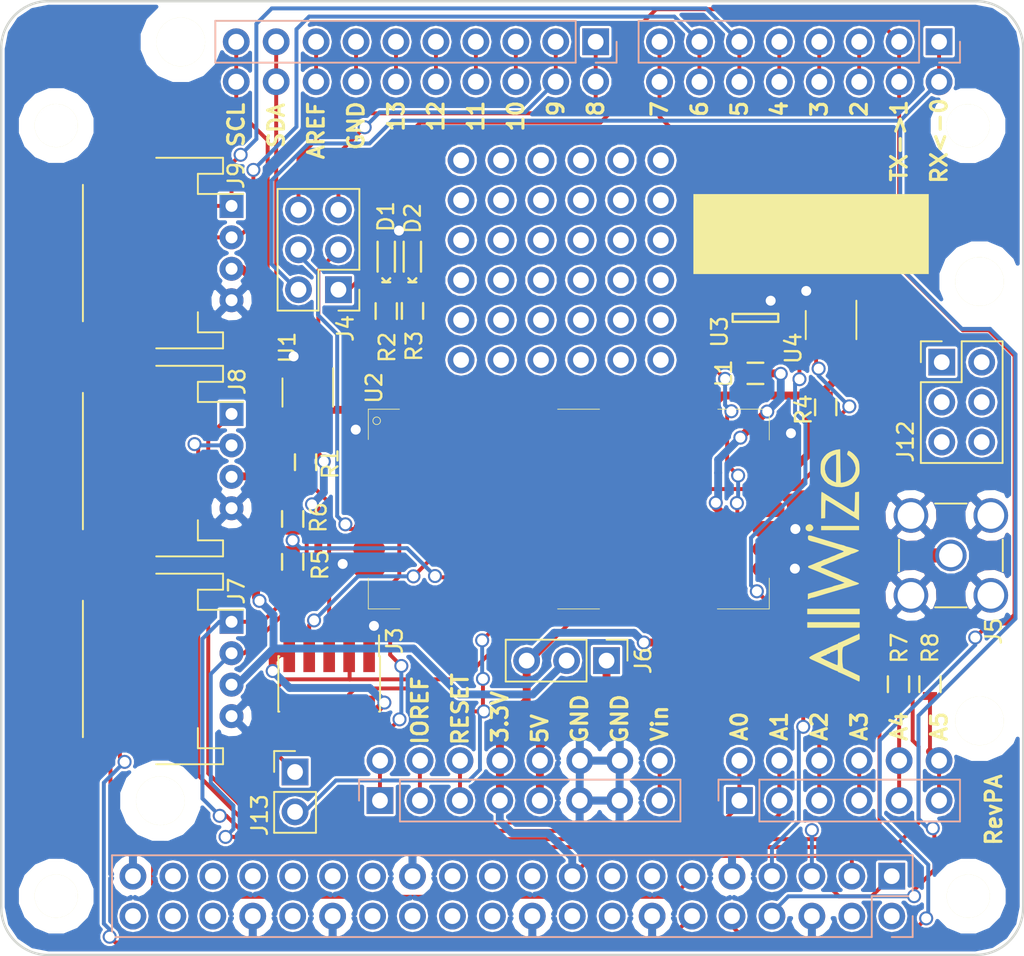
<source format=kicad_pcb>
(kicad_pcb (version 4) (host pcbnew 4.0.7-e2-6376~58~ubuntu16.04.1)
  (title_block (title "Wize-Shield Board") (date 2018-03-27) (rev v1.00) (company AllWize))
  (layers (0 Front signal) (31 Back signal) (34 B.Paste user) (35 F.Paste user) (36 B.SilkS user) (37 F.SilkS user) (38 B.Mask user) (39 F.Mask user) (44 Edge.Cuts user))
  (net 0 "")
  (net 1 GND)
  (net 2 +3.3V)
  (net 3 "Net-(D1-Pad1)")
  (net 4 "Net-(D2-Pad1)")
  (net 5 /RC_VCC)
  (net 6 /DC)
  (net 7 /DD)
  (net 8 /RXD)
  (net 9 /TXD)
  (net 10 /~RESET~)
  (net 11 "Net-(J3-Pad8)")
  (net 12 "Net-(J3-Pad10)")
  (net 13 /RXD_A1)
  (net 14 /TXD_A1)
  (net 15 /RXD_A)
  (net 16 /RXD_A2)
  (net 17 /TXD_A2)
  (net 18 "Net-(R2-Pad2)")
  (net 19 "Net-(R3-Pad2)")
  (net 20 "Net-(U1-Pad1)")
  (net 21 /TEMP)
  (net 22 "Net-(U4-Pad1)")
  (net 23 /~RESET_A~)
  (net 24 "Net-(J5-Pad1)")
  (net 25 "Net-(U2-Pad15)")
  (net 26 "Net-(U2-Pad16)")
  (net 27 "Net-(U2-Pad18)")
  (net 28 "Net-(U2-Pad17)")
  (net 29 "Net-(U2-Pad21)")
  (net 30 "Net-(U2-Pad22)")
  (net 31 "Net-(U2-Pad36)")
  (net 32 "Net-(U2-Pad38)")
  (net 33 "Net-(U2-Pad42)")
  (net 34 "Net-(U2-Pad40)")
  (net 35 "Net-(U2-Pad32)")
  (net 36 "Net-(U2-Pad34)")
  (net 37 "Net-(U2-Pad33)")
  (net 38 "Net-(U2-Pad31)")
  (net 39 "Net-(U2-Pad39)")
  (net 40 "Net-(U2-Pad37)")
  (net 41 "Net-(U2-Pad35)")
  (net 42 "Net-(U2-Pad26)")
  (net 43 "Net-(U2-Pad25)")
  (net 44 "Net-(U2-Pad23)")
  (net 45 "Net-(U2-Pad24)")
  (net 46 "Net-(U2-Pad28)")
  (net 47 "Net-(U2-Pad27)")
  (net 48 "Net-(U2-Pad11)")
  (net 49 "Net-(U2-Pad2)")
  (net 50 "Net-(U2-Pad3)")
  (net 51 "Net-(U2-Pad4)")
  (net 52 /5V-3.3V)
  (net 53 +5V)
  (net 54 /SCL)
  (net 55 /SDA)
  (net 56 /A0)
  (net 57 /A1)
  (net 58 /D6)
  (net 59 /D7)
  (net 60 "Net-(J1-Pad1)")
  (net 61 "Net-(J1-Pad2)")
  (net 62 "Net-(J1-Pad3)")
  (net 63 "Net-(J1-Pad8)")
  (net 64 "Net-(J2-Pad4)")
  (net 65 "Net-(J2-Pad5)")
  (net 66 "Net-(J2-Pad6)")
  (net 67 "Net-(J10-Pad3)")
  (net 68 "Net-(J10-Pad4)")
  (net 69 "Net-(J10-Pad5)")
  (net 70 "Net-(J10-Pad6)")
  (net 71 "Net-(J10-Pad7)")
  (net 72 "Net-(J10-Pad8)")
  (net 73 "Net-(J11-Pad3)")
  (net 74 "Net-(J11-Pad4)")
  (net 75 "Net-(J11-Pad5)")
  (net 76 "Net-(J12-Pad1)")
  (net 77 "Net-(J12-Pad2)")
  (net 78 "Net-(J12-Pad3)")
  (net 79 "Net-(J12-Pad4)")
  (net 80 "Net-(J12-Pad5)")
  (net 81 "Net-(J12-Pad6)")
  (net 82 "Net-(J14-Pad2)")
  (net 83 "Net-(J14-Pad4)")
  (net 84 "Net-(J14-Pad13)")
  (net 85 "Net-(J14-Pad15)")
  (net 86 "Net-(J14-Pad16)")
  (net 87 "Net-(J14-Pad18)")
  (net 88 "Net-(J14-Pad19)")
  (net 89 "Net-(J14-Pad21)")
  (net 90 "Net-(J14-Pad22)")
  (net 91 "Net-(J14-Pad23)")
  (net 92 "Net-(J14-Pad24)")
  (net 93 "Net-(J14-Pad26)")
  (net 94 "Net-(J14-Pad27)")
  (net 95 "Net-(J14-Pad28)")
  (net 96 "Net-(J14-Pad29)")
  (net 97 "Net-(J14-Pad31)")
  (net 98 "Net-(J14-Pad32)")
  (net 99 "Net-(J14-Pad33)")
  (net 100 "Net-(J14-Pad35)")
  (net 101 "Net-(J14-Pad36)")
  (net 102 "Net-(J14-Pad37)")
  (net 103 "Net-(J14-Pad38)")
  (net 104 "Net-(J14-Pad40)")
  (module WIZE-SHIELD:R_0603 (layer Front) (at 118.91 98.93 270)
    (fp_text reference R6 (at -0.09 -1.64 450) (layer F.SilkS))
    (fp_text value 5k6)
    (pad 1 smd rect (at -0.75 0 270) (size 0.5 0.9) (layers Front F.Paste F.Mask) (net 55 /SDA))
    (pad 2 smd rect (at 0.75 0 270) (size 0.5 0.9) (layers Front F.Paste F.Mask) (net 2 +3.3V))
  )
  (module WIZE-SHIELD:LED_0603 (layer Front) (at 124.86 82.1 90)
    (fp_text reference D1 (at 2.4 -0.02 90) (layer F.SilkS))
    (fp_text value LED-DIODE)
    (pad 2 smd rect (at 0.7493 0 270) (size 0.79756 0.79756) (layers Front F.Paste F.Mask) (net 1 GND))
    (pad 1 smd rect (at -0.7493 0 270) (size 0.79756 0.79756) (layers Front F.Paste F.Mask) (net 3 "Net-(D1-Pad1)"))
  )
  (module WIZE-SHIELD:LED_0603 (layer Front) (at 126.52 82.1 90)
    (fp_text reference D2 (at 2.29 0.02 90) (layer F.SilkS))
    (fp_text value LED-DIODE)
    (pad 2 smd rect (at 0.7493 0 270) (size 0.79756 0.79756) (layers Front F.Paste F.Mask) (net 1 GND))
    (pad 1 smd rect (at -0.7493 0 270) (size 0.79756 0.79756) (layers Front F.Paste F.Mask) (net 4 "Net-(D2-Pad1)"))
  )
  (module WIZE-SHIELD:FIDUCIAL-08 (layer Front) (at 104.05 117.69)
    (fp_text reference FD1 hide)
    (fp_text value FIDUCIAL hide)
    (pad "" smd circle (at 0 0) (size 0.8 0.8) (layers Front F.Mask))
  )
  (module WIZE-SHIELD:FIDUCIAL-08 (layer Front) (at 162.72 68.84)
    (fp_text reference FD2 hide)
    (fp_text value FIDUCIAL hide)
    (pad "" smd circle (at 0 0) (size 0.8 0.8) (layers Front F.Mask))
  )
  (module WIZE-SHIELD:PinHeader_2x05_P1.27mm_Vertical_SMD (layer Front) (at 121.23 109.42 270)
    (fp_text reference J3 (at -2.74 -4.16 270) (layer F.SilkS))
    (fp_text value Conn_02x05_Odd_Even)
    (pad 1 smd rect (at -1.95 -2.54 270) (size 2.4 0.74) (layers Front F.Paste F.Mask) (net 1 GND))
    (pad 2 smd rect (at 1.95 -2.54 270) (size 2.4 0.74) (layers Front F.Paste F.Mask) (net 5 /RC_VCC))
    (pad 3 smd rect (at -1.95 -1.27 270) (size 2.4 0.74) (layers Front F.Paste F.Mask) (net 6 /DC))
    (pad 4 smd rect (at 1.95 -1.27 270) (size 2.4 0.74) (layers Front F.Paste F.Mask) (net 7 /DD))
    (pad 5 smd rect (at -1.95 0 270) (size 2.4 0.74) (layers Front F.Paste F.Mask) (net 8 /RXD))
    (pad 6 smd rect (at 1.95 0 270) (size 2.4 0.74) (layers Front F.Paste F.Mask) (net 9 /TXD))
    (pad 7 smd rect (at -1.95 1.27 270) (size 2.4 0.74) (layers Front F.Paste F.Mask) (net 10 /~RESET~))
    (pad 8 smd rect (at 1.95 1.27 270) (size 2.4 0.74) (layers Front F.Paste F.Mask) (net 11 "Net-(J3-Pad8)"))
    (pad 9 smd rect (at -1.95 2.54 270) (size 2.4 0.74) (layers Front F.Paste F.Mask) (net 5 /RC_VCC))
    (pad 10 smd rect (at 1.95 2.54 270) (size 2.4 0.74) (layers Front F.Paste F.Mask) (net 12 "Net-(J3-Pad10)"))
  )
  (module WIZE-SHIELD:R_0603 (layer Front) (at 148.34 89.67 180)
    (fp_text reference L1 (at 2.01 0 270) (layer F.SilkS))
    (fp_text value Ferrite_Bead)
    (pad 1 smd rect (at -0.75 0 180) (size 0.5 0.9) (layers Front F.Paste F.Mask) (net 2 +3.3V))
    (pad 2 smd rect (at 0.75 0 180) (size 0.5 0.9) (layers Front F.Paste F.Mask) (net 5 /RC_VCC))
  )
  (module WIZE-SHIELD:R_0603 (layer Front) (at 119.73 95.32 90)
    (fp_text reference R1 (at -0.1 1.57 90) (layer F.SilkS))
    (fp_text value 8k2)
    (pad 1 smd rect (at -0.75 0 90) (size 0.5 0.9) (layers Front F.Paste F.Mask) (net 8 /RXD))
    (pad 2 smd rect (at 0.75 0 90) (size 0.5 0.9) (layers Front F.Paste F.Mask) (net 5 /RC_VCC))
  )
  (module WIZE-SHIELD:R_0603 (layer Front) (at 124.86 85.71 270)
    (fp_text reference R2 (at 2.31 -0.06 270) (layer F.SilkS))
    (fp_text value 1k)
    (pad 1 smd rect (at -0.75 0 270) (size 0.5 0.9) (layers Front F.Paste F.Mask) (net 3 "Net-(D1-Pad1)"))
    (pad 2 smd rect (at 0.75 0 270) (size 0.5 0.9) (layers Front F.Paste F.Mask) (net 18 "Net-(R2-Pad2)"))
  )
  (module WIZE-SHIELD:R_0603 (layer Front) (at 126.53 85.7 270)
    (fp_text reference R3 (at 2.24 -0.1 270) (layer F.SilkS))
    (fp_text value 1k)
    (pad 1 smd rect (at -0.75 0 270) (size 0.5 0.9) (layers Front F.Paste F.Mask) (net 4 "Net-(D2-Pad1)"))
    (pad 2 smd rect (at 0.75 0 270) (size 0.5 0.9) (layers Front F.Paste F.Mask) (net 19 "Net-(R3-Pad2)"))
  )
  (module WIZE-SHIELD:R_0603 (layer Front) (at 152.81 91.83 90)
    (fp_text reference R4 (at -0.15 -1.41 90) (layer F.SilkS))
    (fp_text value 5k6)
    (pad 1 smd rect (at -0.75 0 90) (size 0.5 0.9) (layers Front F.Paste F.Mask) (net 10 /~RESET~))
    (pad 2 smd rect (at 0.75 0 90) (size 0.5 0.9) (layers Front F.Paste F.Mask) (net 5 /RC_VCC))
  )
  (module WIZE-SHIELD:SOT-23-5 (layer Front) (at 119.87 90.89 270)
    (fp_text reference U1 (at -2.86 1.3 450) (layer F.SilkS))
    (fp_text value SN74LV1T34)
    (pad 1 smd rect (at -1.1 -0.95 270) (size 1.06 0.65) (layers Front F.Paste F.Mask) (net 20 "Net-(U1-Pad1)"))
    (pad 2 smd rect (at -1.1 0 270) (size 1.06 0.65) (layers Front F.Paste F.Mask) (net 15 /RXD_A))
    (pad 3 smd rect (at -1.1 0.95 270) (size 1.06 0.65) (layers Front F.Paste F.Mask) (net 1 GND))
    (pad 4 smd rect (at 1.1 0.95 270) (size 1.06 0.65) (layers Front F.Paste F.Mask) (net 8 /RXD))
    (pad 5 smd rect (at 1.1 -0.95 270) (size 1.06 0.65) (layers Front F.Paste F.Mask) (net 5 /RC_VCC))
  )
  (module WIZE-SHIELD:SOT-23-3 (layer Front) (at 148.34 86.14 270)
    (fp_text reference U3 (at 0.89 2.28 270) (layer F.SilkS))
    (fp_text value MCP9701)
    (pad 3 smd rect (at -1 0 270) (size 0.9 0.8) (layers Front F.Paste F.Mask) (net 1 GND))
    (pad 1 smd rect (at 1 0.95 270) (size 0.9 0.8) (layers Front F.Paste F.Mask) (net 5 /RC_VCC))
    (pad 2 smd rect (at 1 -0.95 270) (size 0.9 0.8) (layers Front F.Paste F.Mask) (net 21 /TEMP))
  )
  (module WIZE-SHIELD:SOT-23-5 (layer Front) (at 153.15 86.6 270)
    (fp_text reference U4 (at 1.47 2.4 450) (layer F.SilkS))
    (fp_text value SN74LV1T34)
    (pad 1 smd rect (at -1.1 -0.95 270) (size 1.06 0.65) (layers Front F.Paste F.Mask) (net 22 "Net-(U4-Pad1)"))
    (pad 2 smd rect (at -1.1 0 270) (size 1.06 0.65) (layers Front F.Paste F.Mask) (net 23 /~RESET_A~))
    (pad 3 smd rect (at -1.1 0.95 270) (size 1.06 0.65) (layers Front F.Paste F.Mask) (net 1 GND))
    (pad 4 smd rect (at 1.1 0.95 270) (size 1.06 0.65) (layers Front F.Paste F.Mask) (net 10 /~RESET~))
    (pad 5 smd rect (at 1.1 -0.95 270) (size 1.06 0.65) (layers Front F.Paste F.Mask) (net 5 /RC_VCC))
  )
  (module WIZE-SHIELD:SMA_Jack (layer Front) (at 160.77 101.25)
    (fp_text reference J5 (at 2.72 4.82 90) (layer F.SilkS))
    (fp_text value Conn_Coaxial)
    (pad 2 thru_hole circle (at -2.54 2.54) (size 2.2 2.2) (drill 1.7) (layers *.Cu *.Mask) (net 1 GND))
    (pad 2 thru_hole circle (at -2.54 -2.54) (size 2.2 2.2) (drill 1.7) (layers *.Cu *.Mask) (net 1 GND))
    (pad 2 thru_hole circle (at 2.54 -2.54) (size 2.2 2.2) (drill 1.7) (layers *.Cu *.Mask) (net 1 GND))
    (pad 2 thru_hole circle (at 2.54 2.54) (size 2.2 2.2) (drill 1.7) (layers *.Cu *.Mask) (net 1 GND))
    (pad 1 thru_hole circle (at 0 0) (size 2 2) (drill 1.5) (layers *.Cu *.Mask) (net 24 "Net-(J5-Pad1)"))
  )
  (module WIZE-SHIELD:RC1701xx-MBUS (layer Front) (at 136.47 98.3)
    (fp_text reference U2 (at -12.38 -7.71 90) (layer F.SilkS))
    (fp_text value RC1701xx-MBUS)
    (pad 15 smd oval (at -10.16 6.35) (size 1.016 2.032) (layers Front F.Paste F.Mask) (net 25 "Net-(U2-Pad15)"))
    (pad 16 smd oval (at -8.89 6.35) (size 1.016 2.032) (layers Front F.Paste F.Mask) (net 26 "Net-(U2-Pad16)"))
    (pad 18 smd oval (at -6.35 6.35) (size 1.016 2.032) (layers Front F.Paste F.Mask) (net 27 "Net-(U2-Pad18)"))
    (pad 17 smd oval (at -7.62 6.35) (size 1.016 2.032) (layers Front F.Paste F.Mask) (net 28 "Net-(U2-Pad17)"))
    (pad 21 smd oval (at -2.54 6.35) (size 1.016 2.032) (layers Front F.Paste F.Mask) (net 29 "Net-(U2-Pad21)"))
    (pad 22 smd oval (at -1.27 6.35) (size 1.016 2.032) (layers Front F.Paste F.Mask) (net 30 "Net-(U2-Pad22)"))
    (pad 20 smd oval (at -3.81 6.35) (size 1.016 2.032) (layers Front F.Paste F.Mask) (net 6 /DC))
    (pad 19 smd oval (at -5.08 6.35) (size 1.016 2.032) (layers Front F.Paste F.Mask) (net 7 /DD))
    (pad 36 smd oval (at 5.08 6.35) (size 1.016 2.032) (layers Front F.Paste F.Mask) (net 31 "Net-(U2-Pad36)"))
    (pad 38 smd oval (at 6.35 6.35) (size 1.016 2.032) (layers Front F.Paste F.Mask) (net 32 "Net-(U2-Pad38)"))
    (pad 42 smd oval (at 8.89 6.35) (size 1.016 2.032) (layers Front F.Paste F.Mask) (net 33 "Net-(U2-Pad42)"))
    (pad 40 smd oval (at 7.62 6.35) (size 1.016 2.032) (layers Front F.Paste F.Mask) (net 34 "Net-(U2-Pad40)"))
    (pad 32 smd oval (at 2.54 6.35) (size 1.016 2.032) (layers Front F.Paste F.Mask) (net 35 "Net-(U2-Pad32)"))
    (pad 34 smd oval (at 3.81 6.35) (size 1.016 2.032) (layers Front F.Paste F.Mask) (net 36 "Net-(U2-Pad34)"))
    (pad 33 smd oval (at 3.81 -6.35) (size 1.016 2.032) (layers Front F.Paste F.Mask) (net 37 "Net-(U2-Pad33)"))
    (pad 31 smd oval (at 2.54 -6.35) (size 1.016 2.032) (layers Front F.Paste F.Mask) (net 38 "Net-(U2-Pad31)"))
    (pad 39 smd oval (at 7.62 -6.35) (size 1.016 2.032) (layers Front F.Paste F.Mask) (net 39 "Net-(U2-Pad39)"))
    (pad 41 smd oval (at 8.89 -6.35) (size 1.016 2.032) (layers Front F.Paste F.Mask) (net 5 /RC_VCC))
    (pad 37 smd oval (at 6.35 -6.35) (size 1.016 2.032) (layers Front F.Paste F.Mask) (net 40 "Net-(U2-Pad37)"))
    (pad 35 smd oval (at 5.08 -6.35) (size 1.016 2.032) (layers Front F.Paste F.Mask) (net 41 "Net-(U2-Pad35)"))
    (pad 26 smd oval (at -5.08 -6.35) (size 1.016 2.032) (layers Front F.Paste F.Mask) (net 42 "Net-(U2-Pad26)"))
    (pad 25 smd oval (at -3.81 -6.35) (size 1.016 2.032) (layers Front F.Paste F.Mask) (net 43 "Net-(U2-Pad25)"))
    (pad 23 smd oval (at -1.27 -6.35) (size 1.016 2.032) (layers Front F.Paste F.Mask) (net 44 "Net-(U2-Pad23)"))
    (pad 24 smd oval (at -2.54 -6.35) (size 1.016 2.032) (layers Front F.Paste F.Mask) (net 45 "Net-(U2-Pad24)"))
    (pad 28 smd oval (at -7.62 -6.35) (size 1.016 2.032) (layers Front F.Paste F.Mask) (net 46 "Net-(U2-Pad28)"))
    (pad 27 smd oval (at -6.35 -6.35) (size 1.016 2.032) (layers Front F.Paste F.Mask) (net 47 "Net-(U2-Pad27)"))
    (pad 29 smd oval (at -8.89 -6.35) (size 1.016 2.032) (layers Front F.Paste F.Mask) (net 19 "Net-(R3-Pad2)"))
    (pad 30 smd oval (at -10.16 -6.35) (size 1.016 2.032) (layers Front F.Paste F.Mask) (net 18 "Net-(R2-Pad2)"))
    (pad 11 smd oval (at 12.7 0) (size 2.032 1.016) (layers Front F.Paste F.Mask) (net 48 "Net-(U2-Pad11)"))
    (pad 12 smd oval (at 12.7 -1.27) (size 2.032 1.016) (layers Front F.Paste F.Mask) (net 10 /~RESET~))
    (pad 13 smd oval (at 12.7 -2.54) (size 2.032 1.016) (layers Front F.Paste F.Mask) (net 5 /RC_VCC))
    (pad 14 smd oval (at 12.7 -3.81) (size 2.032 1.016) (layers Front F.Paste F.Mask) (net 1 GND))
    (pad 10 smd oval (at 12.7 1.27) (size 2.032 1.016) (layers Front F.Paste F.Mask) (net 1 GND))
    (pad 9 smd oval (at 12.7 2.54) (size 2.032 1.016) (layers Front F.Paste F.Mask) (net 24 "Net-(J5-Pad1)"))
    (pad 8 smd oval (at 12.7 3.81) (size 2.032 1.016) (layers Front F.Paste F.Mask) (net 1 GND))
    (pad 7 smd oval (at -12.7 3.81) (size 2.032 1.016) (layers Front F.Paste F.Mask) (net 1 GND))
    (pad 6 smd oval (at -12.7 2.54) (size 2.032 1.016) (layers Front F.Paste F.Mask) (net 8 /RXD))
    (pad 5 smd oval (at -12.7 1.27) (size 2.032 1.016) (layers Front F.Paste F.Mask) (net 9 /TXD))
    (pad 1 smd oval (at -12.7 -3.81) (size 2.032 1.016) (layers Front F.Paste F.Mask) (net 1 GND))
    (pad 2 smd oval (at -12.7 -2.54) (size 2.032 1.016) (layers Front F.Paste F.Mask) (net 49 "Net-(U2-Pad2)"))
    (pad 3 smd oval (at -12.7 -1.27) (size 2.032 1.016) (layers Front F.Paste F.Mask) (net 50 "Net-(U2-Pad3)"))
    (pad 4 smd oval (at -12.7 0) (size 2.032 1.016) (layers Front F.Paste F.Mask) (net 51 "Net-(U2-Pad4)"))
  )
  (module WIZE-SHIELD:PinHeader_1x08_P2.54mm_Vertical (layer Back) (at 124.46 116.84 270)
    (fp_text reference J1 hide)
    (fp_text value Conn_01x08)
    (pad 1 thru_hole rect (at 0 0 270) (size 1.7 1.7) (drill 1) (layers *.Cu *.Mask) (net 60 "Net-(J1-Pad1)"))
    (pad 2 thru_hole oval (at 0 -2.54 270) (size 1.7 1.7) (drill 1) (layers *.Cu *.Mask) (net 61 "Net-(J1-Pad2)"))
    (pad 3 thru_hole oval (at 0 -5.08 270) (size 1.7 1.7) (drill 1) (layers *.Cu *.Mask) (net 62 "Net-(J1-Pad3)"))
    (pad 4 thru_hole oval (at 0 -7.62 270) (size 1.7 1.7) (drill 1) (layers *.Cu *.Mask) (net 2 +3.3V))
    (pad 5 thru_hole oval (at 0 -10.16 270) (size 1.7 1.7) (drill 1) (layers *.Cu *.Mask) (net 53 +5V))
    (pad 6 thru_hole oval (at 0 -12.7 270) (size 1.7 1.7) (drill 1) (layers *.Cu *.Mask) (net 1 GND))
    (pad 7 thru_hole oval (at 0 -15.24 270) (size 1.7 1.7) (drill 1) (layers *.Cu *.Mask) (net 1 GND))
    (pad 8 thru_hole oval (at 0 -17.78 270) (size 1.7 1.7) (drill 1) (layers *.Cu *.Mask) (net 63 "Net-(J1-Pad8)"))
  )
  (module WIZE-SHIELD:PinHeader_1x06_P2.54mm_Vertical (layer Back) (at 147.32 116.84 270)
    (fp_text reference J2 hide)
    (fp_text value Conn_01x06)
    (pad 1 thru_hole rect (at 0 0 270) (size 1.7 1.7) (drill 1) (layers *.Cu *.Mask) (net 56 /A0))
    (pad 2 thru_hole oval (at 0 -2.54 270) (size 1.7 1.7) (drill 1) (layers *.Cu *.Mask) (net 57 /A1))
    (pad 3 thru_hole oval (at 0 -5.08 270) (size 1.7 1.7) (drill 1) (layers *.Cu *.Mask) (net 21 /TEMP))
    (pad 4 thru_hole oval (at 0 -7.62 270) (size 1.7 1.7) (drill 1) (layers *.Cu *.Mask) (net 64 "Net-(J2-Pad4)"))
    (pad 5 thru_hole oval (at 0 -10.16 270) (size 1.7 1.7) (drill 1) (layers *.Cu *.Mask) (net 65 "Net-(J2-Pad5)"))
    (pad 6 thru_hole oval (at 0 -12.7 270) (size 1.7 1.7) (drill 1) (layers *.Cu *.Mask) (net 66 "Net-(J2-Pad6)"))
  )
  (module WIZE-SHIELD:PinHeader_1x10_P2.54mm_Vertical (layer Back) (at 138.18 68.58 90)
    (fp_text reference J10 hide)
    (fp_text value Conn_01x10)
    (pad 1 thru_hole rect (at 0 0 90) (size 1.7 1.7) (drill 1) (layers *.Cu *.Mask) (net 17 /TXD_A2))
    (pad 2 thru_hole oval (at 0 -2.54 90) (size 1.7 1.7) (drill 1) (layers *.Cu *.Mask) (net 16 /RXD_A2))
    (pad 3 thru_hole oval (at 0 -5.08 90) (size 1.7 1.7) (drill 1) (layers *.Cu *.Mask) (net 67 "Net-(J10-Pad3)"))
    (pad 4 thru_hole oval (at 0 -7.62 90) (size 1.7 1.7) (drill 1) (layers *.Cu *.Mask) (net 68 "Net-(J10-Pad4)"))
    (pad 5 thru_hole oval (at 0 -10.16 90) (size 1.7 1.7) (drill 1) (layers *.Cu *.Mask) (net 69 "Net-(J10-Pad5)"))
    (pad 6 thru_hole oval (at 0 -12.7 90) (size 1.7 1.7) (drill 1) (layers *.Cu *.Mask) (net 70 "Net-(J10-Pad6)"))
    (pad 7 thru_hole oval (at 0 -15.24 90) (size 1.7 1.7) (drill 1) (layers *.Cu *.Mask) (net 71 "Net-(J10-Pad7)"))
    (pad 8 thru_hole oval (at 0 -17.78 90) (size 1.7 1.7) (drill 1) (layers *.Cu *.Mask) (net 72 "Net-(J10-Pad8)"))
    (pad 9 thru_hole oval (at 0 -20.32 90) (size 1.7 1.7) (drill 1) (layers *.Cu *.Mask) (net 55 /SDA))
    (pad 10 thru_hole oval (at 0 -22.86 90) (size 1.7 1.7) (drill 1) (layers *.Cu *.Mask) (net 54 /SCL))
  )
  (module WIZE-SHIELD:PinHeader_1x08_P2.54mm_Vertical (layer Back) (at 160.02 68.58 90)
    (fp_text reference J11 hide)
    (fp_text value Conn_01x08)
    (pad 1 thru_hole rect (at 0 0 90) (size 1.7 1.7) (drill 1) (layers *.Cu *.Mask) (net 14 /TXD_A1))
    (pad 2 thru_hole oval (at 0 -2.54 90) (size 1.7 1.7) (drill 1) (layers *.Cu *.Mask) (net 13 /RXD_A1))
    (pad 3 thru_hole oval (at 0 -5.08 90) (size 1.7 1.7) (drill 1) (layers *.Cu *.Mask) (net 73 "Net-(J11-Pad3)"))
    (pad 4 thru_hole oval (at 0 -7.62 90) (size 1.7 1.7) (drill 1) (layers *.Cu *.Mask) (net 74 "Net-(J11-Pad4)"))
    (pad 5 thru_hole oval (at 0 -10.16 90) (size 1.7 1.7) (drill 1) (layers *.Cu *.Mask) (net 75 "Net-(J11-Pad5)"))
    (pad 6 thru_hole oval (at 0 -12.7 90) (size 1.7 1.7) (drill 1) (layers *.Cu *.Mask) (net 58 /D6))
    (pad 7 thru_hole oval (at 0 -15.24 90) (size 1.7 1.7) (drill 1) (layers *.Cu *.Mask) (net 59 /D7))
    (pad 8 thru_hole oval (at 0 -17.78 90) (size 1.7 1.7) (drill 1) (layers *.Cu *.Mask) (net 23 /~RESET_A~))
  )
  (module WIZE-SHIELD:PinHeader_2x03_P2.54mm_Vertical (layer Front) (at 121.82 84.35 180)
    (fp_text reference J4 (at -0.45 -2.46 270) (layer F.SilkS))
    (fp_text value Conn_02x03_Odd_Even)
    (pad 1 thru_hole rect (at 0 0 180) (size 1.7 1.7) (drill 1) (layers *.Cu *.Mask) (net 13 /RXD_A1))
    (pad 2 thru_hole oval (at 2.54 0 180) (size 1.7 1.7) (drill 1) (layers *.Cu *.Mask) (net 14 /TXD_A1))
    (pad 3 thru_hole oval (at 0 2.54 180) (size 1.7 1.7) (drill 1) (layers *.Cu *.Mask) (net 15 /RXD_A))
    (pad 4 thru_hole oval (at 2.54 2.54 180) (size 1.7 1.7) (drill 1) (layers *.Cu *.Mask) (net 9 /TXD))
    (pad 5 thru_hole oval (at 0 5.08 180) (size 1.7 1.7) (drill 1) (layers *.Cu *.Mask) (net 16 /RXD_A2))
    (pad 6 thru_hole oval (at 2.54 5.08 180) (size 1.7 1.7) (drill 1) (layers *.Cu *.Mask) (net 17 /TXD_A2))
  )
  (module WIZE-SHIELD:PinHeader_1x02_P2.54mm_Vertical (layer Front) (at 119.06 115.02)
    (fp_text reference J13 (at -2.25 2.75 270) (layer F.SilkS))
    (fp_text value Conn_01x02)
    (pad 1 thru_hole rect (at 0 0) (size 1.7 1.7) (drill 1) (layers *.Cu *.Mask) (net 6 /DC))
    (pad 2 thru_hole oval (at 0 2.54) (size 1.7 1.7) (drill 1) (layers *.Cu *.Mask) (net 7 /DD))
  )
  (module WIZE-SHIELD:PinHeader_2x03_P2.54mm_Vertical (layer Front) (at 160.19 88.96)
    (fp_text reference J12 (at -2.3 5.05 90) (layer F.SilkS))
    (fp_text value Conn_02x03_Odd_Even)
    (pad 1 thru_hole rect (at 0 0) (size 1.7 1.7) (drill 1) (layers *.Cu *.Mask) (net 76 "Net-(J12-Pad1)"))
    (pad 2 thru_hole oval (at 2.54 0) (size 1.7 1.7) (drill 1) (layers *.Cu *.Mask) (net 77 "Net-(J12-Pad2)"))
    (pad 3 thru_hole oval (at 0 2.54) (size 1.7 1.7) (drill 1) (layers *.Cu *.Mask) (net 78 "Net-(J12-Pad3)"))
    (pad 4 thru_hole oval (at 2.54 2.54) (size 1.7 1.7) (drill 1) (layers *.Cu *.Mask) (net 79 "Net-(J12-Pad4)"))
    (pad 5 thru_hole oval (at 0 5.08) (size 1.7 1.7) (drill 1) (layers *.Cu *.Mask) (net 80 "Net-(J12-Pad5)"))
    (pad 6 thru_hole oval (at 2.54 5.08) (size 1.7 1.7) (drill 1) (layers *.Cu *.Mask) (net 81 "Net-(J12-Pad6)"))
  )
  (module WIZE-SHIELD:R_0603 (layer Front) (at 118.91 101.66 90)
    (fp_text reference R5 (at -0.19 1.75 90) (layer F.SilkS))
    (fp_text value 5k6)
    (pad 1 smd rect (at -0.75 0 90) (size 0.5 0.9) (layers Front F.Paste F.Mask) (net 54 /SCL))
    (pad 2 smd rect (at 0.75 0 90) (size 0.5 0.9) (layers Front F.Paste F.Mask) (net 2 +3.3V))
  )
  (module WIZE-SHIELD:PinHeader_1x03_P2.54mm_Vertical (layer Front) (at 138.87 107.94 270)
    (fp_text reference J6 (at 0 -2.33 270) (layer F.SilkS))
    (fp_text value Conn_01x03)
    (pad 1 thru_hole rect (at 0 0 270) (size 1.7 1.7) (drill 1) (layers *.Cu *.Mask) (net 53 +5V))
    (pad 2 thru_hole oval (at 0 2.54 270) (size 1.7 1.7) (drill 1) (layers *.Cu *.Mask) (net 52 /5V-3.3V))
    (pad 3 thru_hole oval (at 0 5.08 270) (size 1.7 1.7) (drill 1) (layers *.Cu *.Mask) (net 2 +3.3V))
  )
  (module WIZE-SHIELD:PAD_1x08_P2.54mm (layer Front) (at 124.47 114.3 90)
    (fp_text reference J23 hide)
    (fp_text value Conn_01x08)
    (pad 1 thru_hole circle (at 0 0 90) (size 1.7 1.7) (drill 1) (layers *.Cu *.Mask) (net 60 "Net-(J1-Pad1)"))
    (pad 2 thru_hole oval (at 0 2.54 90) (size 1.7 1.7) (drill 1) (layers *.Cu *.Mask) (net 61 "Net-(J1-Pad2)"))
    (pad 3 thru_hole oval (at 0 5.08 90) (size 1.7 1.7) (drill 1) (layers *.Cu *.Mask) (net 62 "Net-(J1-Pad3)"))
    (pad 4 thru_hole oval (at 0 7.62 90) (size 1.7 1.7) (drill 1) (layers *.Cu *.Mask) (net 2 +3.3V))
    (pad 5 thru_hole oval (at 0 10.16 90) (size 1.7 1.7) (drill 1) (layers *.Cu *.Mask) (net 53 +5V))
    (pad 6 thru_hole oval (at 0 12.7 90) (size 1.7 1.7) (drill 1) (layers *.Cu *.Mask) (net 1 GND))
    (pad 7 thru_hole oval (at 0 15.24 90) (size 1.7 1.7) (drill 1) (layers *.Cu *.Mask) (net 1 GND))
    (pad 8 thru_hole oval (at 0 17.78 90) (size 1.7 1.7) (drill 1) (layers *.Cu *.Mask) (net 63 "Net-(J1-Pad8)"))
  )
  (module WIZE-SHIELD:PAD_1x06_P2.54mm (layer Front) (at 147.32 114.3 90)
    (fp_text reference J24 hide)
    (fp_text value Conn_01x06)
    (pad 1 thru_hole circle (at 0 0 90) (size 1.7 1.7) (drill 1) (layers *.Cu *.Mask) (net 56 /A0))
    (pad 2 thru_hole oval (at 0 2.54 90) (size 1.7 1.7) (drill 1) (layers *.Cu *.Mask) (net 57 /A1))
    (pad 3 thru_hole oval (at 0 5.08 90) (size 1.7 1.7) (drill 1) (layers *.Cu *.Mask) (net 21 /TEMP))
    (pad 4 thru_hole oval (at 0 7.62 90) (size 1.7 1.7) (drill 1) (layers *.Cu *.Mask) (net 64 "Net-(J2-Pad4)"))
    (pad 5 thru_hole oval (at 0 10.16 90) (size 1.7 1.7) (drill 1) (layers *.Cu *.Mask) (net 65 "Net-(J2-Pad5)"))
    (pad 6 thru_hole oval (at 0 12.7 90) (size 1.7 1.7) (drill 1) (layers *.Cu *.Mask) (net 66 "Net-(J2-Pad6)"))
  )
  (module WIZE-SHIELD:PAD_1x010_P2.54mm (layer Front) (at 138.18 71.12 270)
    (fp_text reference J25 hide)
    (fp_text value Conn_01x10)
    (pad 1 thru_hole circle (at 0 0 270) (size 1.7 1.7) (drill 1) (layers *.Cu *.Mask) (net 17 /TXD_A2))
    (pad 2 thru_hole oval (at 0 2.54 270) (size 1.7 1.7) (drill 1) (layers *.Cu *.Mask) (net 16 /RXD_A2))
    (pad 3 thru_hole oval (at 0 5.08 270) (size 1.7 1.7) (drill 1) (layers *.Cu *.Mask) (net 67 "Net-(J10-Pad3)"))
    (pad 4 thru_hole oval (at 0 7.62 270) (size 1.7 1.7) (drill 1) (layers *.Cu *.Mask) (net 68 "Net-(J10-Pad4)"))
    (pad 5 thru_hole oval (at 0 10.16 270) (size 1.7 1.7) (drill 1) (layers *.Cu *.Mask) (net 69 "Net-(J10-Pad5)"))
    (pad 6 thru_hole oval (at 0 12.7 270) (size 1.7 1.7) (drill 1) (layers *.Cu *.Mask) (net 70 "Net-(J10-Pad6)"))
    (pad 7 thru_hole oval (at 0 15.24 270) (size 1.7 1.7) (drill 1) (layers *.Cu *.Mask) (net 71 "Net-(J10-Pad7)"))
    (pad 8 thru_hole oval (at 0 17.78 270) (size 1.7 1.7) (drill 1) (layers *.Cu *.Mask) (net 72 "Net-(J10-Pad8)"))
    (pad 9 thru_hole oval (at 0 20.32 270) (size 1.7 1.7) (drill 1) (layers *.Cu *.Mask) (net 55 /SDA))
    (pad 10 thru_hole oval (at 0 22.86 270) (size 1.7 1.7) (drill 1) (layers *.Cu *.Mask) (net 54 /SCL))
  )
  (module WIZE-SHIELD:PAD_1x08_P2.54mm (layer Front) (at 160.02 71.13 270)
    (fp_text reference J26 hide)
    (fp_text value Conn_01x08)
    (pad 1 thru_hole circle (at 0 0 270) (size 1.7 1.7) (drill 1) (layers *.Cu *.Mask) (net 14 /TXD_A1))
    (pad 2 thru_hole oval (at 0 2.54 270) (size 1.7 1.7) (drill 1) (layers *.Cu *.Mask) (net 13 /RXD_A1))
    (pad 3 thru_hole oval (at 0 5.08 270) (size 1.7 1.7) (drill 1) (layers *.Cu *.Mask) (net 73 "Net-(J11-Pad3)"))
    (pad 4 thru_hole oval (at 0 7.62 270) (size 1.7 1.7) (drill 1) (layers *.Cu *.Mask) (net 74 "Net-(J11-Pad4)"))
    (pad 5 thru_hole oval (at 0 10.16 270) (size 1.7 1.7) (drill 1) (layers *.Cu *.Mask) (net 75 "Net-(J11-Pad5)"))
    (pad 6 thru_hole oval (at 0 12.7 270) (size 1.7 1.7) (drill 1) (layers *.Cu *.Mask) (net 58 /D6))
    (pad 7 thru_hole oval (at 0 15.24 270) (size 1.7 1.7) (drill 1) (layers *.Cu *.Mask) (net 59 /D7))
    (pad 8 thru_hole oval (at 0 17.78 270) (size 1.7 1.7) (drill 1) (layers *.Cu *.Mask) (net 23 /~RESET_A~))
  )
  (module WIZE-SHIELD:HOLE_2.75MM (layer Front) (at 103.87 122.92)
    (fp_text reference J20 hide)
    (fp_text value NPTH-HOLE)
    (pad "" np_thru_hole circle (at 0 0) (size 2.75 2.75) (drill 2.75) (layers *.Cu *.Mask F.SilkS) (clearance 1))
  )
  (module WIZE-SHIELD:HOLE_2.75MM (layer Front) (at 161.88 122.92)
    (fp_text reference J19 hide)
    (fp_text value NPTH-HOLE)
    (pad "" np_thru_hole circle (at 0 0) (size 2.75 2.75) (drill 2.75) (layers *.Cu *.Mask F.SilkS) (clearance 1))
  )
  (module WIZE-SHIELD:HOLE_2.75MM (layer Front) (at 161.86 73.92)
    (fp_text reference J18 hide)
    (fp_text value NPTH-HOLE)
    (pad "" np_thru_hole circle (at 0 0) (size 2.75 2.75) (drill 2.75) (layers *.Cu *.Mask F.SilkS) (clearance 1))
  )
  (module WIZE-SHIELD:HOLE_2.75MM (layer Front) (at 103.87 73.91)
    (fp_text reference J17 hide)
    (fp_text value NPTH-HOLE)
    (pad "" np_thru_hole circle (at 0 0) (size 2.75 2.75) (drill 2.75) (layers *.Cu *.Mask F.SilkS) (clearance 1))
  )
  (module WIZE-SHIELD:HOLE_3.10MM (layer Front) (at 162.59 83.83)
    (fp_text reference J15 hide)
    (fp_text value NPTH-HOLE)
    (pad "" np_thru_hole circle (at 0 0) (size 3.1 3.1) (drill 3.1) (layers *.Cu *.Mask F.SilkS) (clearance 1))
  )
  (module WIZE-SHIELD:HOLE_3.10MM (layer Front) (at 162.59 111.77)
    (fp_text reference J16 hide)
    (fp_text value NPTH-HOLE)
    (pad "" np_thru_hole circle (at 0 0) (size 3.1 3.1) (drill 3.1) (layers *.Cu *.Mask F.SilkS) (clearance 1))
  )
  (module WIZE-SHIELD:HOLE_3.10MM (layer Front) (at 110.49 116.85)
    (fp_text reference J21 hide)
    (fp_text value NPTH-HOLE)
    (pad "" np_thru_hole circle (at 0 0) (size 3.1 3.1) (drill 3.1) (layers *.Cu *.Mask F.SilkS) (clearance 1))
  )
  (module WIZE-SHIELD:HOLE_3.10MM (layer Front) (at 111.79 68.59)
    (fp_text reference J22 hide)
    (fp_text value NPTH-HOLE)
    (pad "" np_thru_hole circle (at 0 0) (size 3.1 3.1) (drill 3.1) (layers *.Cu *.Mask F.SilkS) (clearance 1))
  )
  (module WIZE-SHIELD:LABEL_15x5mm (layer Front) (at 152.02 80.81 180)
    (fp_text reference G2 hide)
    (fp_text value LABEL hide)
  )
  (module WIZE-SHIELD:Prototype-Area_06x06_P2.54mm (layer Front) (at 129.62 76.12)
    (fp_text reference G3 hide)
    (fp_text value PROTOTYPE-AREA)
    (pad "" thru_hole oval (at 2.54 12.7) (size 1.7 1.7) (drill 1) (layers *.Cu *.Mask))
    (pad "" thru_hole oval (at 0 12.7) (size 1.7 1.7) (drill 1) (layers *.Cu *.Mask))
    (pad "" thru_hole oval (at 2.54 10.16) (size 1.7 1.7) (drill 1) (layers *.Cu *.Mask))
    (pad "" thru_hole oval (at 0 10.16) (size 1.7 1.7) (drill 1) (layers *.Cu *.Mask))
    (pad "" thru_hole oval (at 2.54 7.62) (size 1.7 1.7) (drill 1) (layers *.Cu *.Mask))
    (pad "" thru_hole circle (at 0 7.62) (size 1.7 1.7) (drill 1) (layers *.Cu *.Mask))
    (pad "" thru_hole circle (at 5.08 7.62) (size 1.7 1.7) (drill 1) (layers *.Cu *.Mask))
    (pad "" thru_hole oval (at 7.62 7.62) (size 1.7 1.7) (drill 1) (layers *.Cu *.Mask))
    (pad "" thru_hole oval (at 5.08 10.16) (size 1.7 1.7) (drill 1) (layers *.Cu *.Mask))
    (pad "" thru_hole oval (at 7.62 10.16) (size 1.7 1.7) (drill 1) (layers *.Cu *.Mask))
    (pad "" thru_hole oval (at 5.08 12.7) (size 1.7 1.7) (drill 1) (layers *.Cu *.Mask))
    (pad "" thru_hole oval (at 7.62 12.7) (size 1.7 1.7) (drill 1) (layers *.Cu *.Mask))
    (pad "" thru_hole oval (at 12.7 12.7) (size 1.7 1.7) (drill 1) (layers *.Cu *.Mask))
    (pad "" thru_hole oval (at 10.16 12.7) (size 1.7 1.7) (drill 1) (layers *.Cu *.Mask))
    (pad "" thru_hole oval (at 12.7 10.16) (size 1.7 1.7) (drill 1) (layers *.Cu *.Mask))
    (pad "" thru_hole oval (at 10.16 10.16) (size 1.7 1.7) (drill 1) (layers *.Cu *.Mask))
    (pad "" thru_hole oval (at 12.7 7.62) (size 1.7 1.7) (drill 1) (layers *.Cu *.Mask))
    (pad "" thru_hole circle (at 10.16 7.62) (size 1.7 1.7) (drill 1) (layers *.Cu *.Mask))
    (pad "" thru_hole circle (at 10.16 0) (size 1.7 1.7) (drill 1) (layers *.Cu *.Mask))
    (pad "" thru_hole oval (at 12.7 0) (size 1.7 1.7) (drill 1) (layers *.Cu *.Mask))
    (pad "" thru_hole oval (at 10.16 2.54) (size 1.7 1.7) (drill 1) (layers *.Cu *.Mask))
    (pad "" thru_hole oval (at 12.7 2.54) (size 1.7 1.7) (drill 1) (layers *.Cu *.Mask))
    (pad "" thru_hole oval (at 10.16 5.08) (size 1.7 1.7) (drill 1) (layers *.Cu *.Mask))
    (pad "" thru_hole oval (at 12.7 5.08) (size 1.7 1.7) (drill 1) (layers *.Cu *.Mask))
    (pad "" thru_hole oval (at 7.62 5.08) (size 1.7 1.7) (drill 1) (layers *.Cu *.Mask))
    (pad "" thru_hole oval (at 5.08 5.08) (size 1.7 1.7) (drill 1) (layers *.Cu *.Mask))
    (pad "" thru_hole oval (at 7.62 2.54) (size 1.7 1.7) (drill 1) (layers *.Cu *.Mask))
    (pad "" thru_hole oval (at 5.08 2.54) (size 1.7 1.7) (drill 1) (layers *.Cu *.Mask))
    (pad "" thru_hole oval (at 7.62 0) (size 1.7 1.7) (drill 1) (layers *.Cu *.Mask))
    (pad "" thru_hole circle (at 5.08 0) (size 1.7 1.7) (drill 1) (layers *.Cu *.Mask))
    (pad "" thru_hole circle (at 0 0) (size 1.7 1.7) (drill 1) (layers *.Cu *.Mask))
    (pad "" thru_hole oval (at 2.54 0) (size 1.7 1.7) (drill 1) (layers *.Cu *.Mask))
    (pad "" thru_hole oval (at 0 2.54) (size 1.7 1.7) (drill 1) (layers *.Cu *.Mask))
    (pad "" thru_hole oval (at 2.54 2.54) (size 1.7 1.7) (drill 1) (layers *.Cu *.Mask))
    (pad "" thru_hole oval (at 0 5.08) (size 1.7 1.7) (drill 1) (layers *.Cu *.Mask))
    (pad "" thru_hole oval (at 2.54 5.08) (size 1.7 1.7) (drill 1) (layers *.Cu *.Mask))
  )
  (module WIZE-SHIELD:allwize-logo-2 (layer Front) (at 153.17 101.88 90)
    (fp_text reference G1 hide)
    (fp_text value LOGO hide)
  )
  (module WIZE-SHIELD:R_0603 (layer Front) (at 157.44 109.44 270)
    (fp_text reference R7 (at -2.3 -0.05 270) (layer F.SilkS))
    (fp_text value 0R)
    (pad 1 smd rect (at -0.75 0 270) (size 0.5 0.9) (layers Front F.Paste F.Mask) (net 55 /SDA))
    (pad 2 smd rect (at 0.75 0 270) (size 0.5 0.9) (layers Front F.Paste F.Mask) (net 65 "Net-(J2-Pad5)"))
  )
  (module WIZE-SHIELD:R_0603 (layer Front) (at 159.44 109.44 270)
    (fp_text reference R8 (at -2.31 -0.01 270) (layer F.SilkS))
    (fp_text value 0R)
    (pad 1 smd rect (at -0.75 0 270) (size 0.5 0.9) (layers Front F.Paste F.Mask) (net 54 /SCL))
    (pad 2 smd rect (at 0.75 0 270) (size 0.5 0.9) (layers Front F.Paste F.Mask) (net 66 "Net-(J2-Pad6)"))
  )
  (module WIZE-SHIELD:GROVE-TH-1x04-P2.00mm_Horizontal (layer Front) (at 111.17 108.47 270)
    (fp_text reference J7 (at -4.95 -4.17 270) (layer F.SilkS))
    (fp_text value Conn_01x04)
    (pad 1 thru_hole rect (at -3 -3.85 270) (size 1.524 1.524) (drill 0.762) (layers *.Cu *.Mask) (net 54 /SCL))
    (pad 2 thru_hole circle (at -1 -3.85 270) (size 1.524 1.524) (drill 0.762) (layers *.Cu *.Mask) (net 55 /SDA))
    (pad 3 thru_hole circle (at 1 -3.85 270) (size 1.524 1.524) (drill 0.762) (layers *.Cu *.Mask) (net 52 /5V-3.3V))
    (pad 4 thru_hole circle (at 3 -3.85 270) (size 1.524 1.524) (drill 0.762) (layers *.Cu *.Mask) (net 1 GND))
  )
  (module WIZE-SHIELD:GROVE-TH-1x04-P2.00mm_Horizontal (layer Front) (at 111.17 95.25 270)
    (fp_text reference J8 (at -5.06 -4.22 270) (layer F.SilkS))
    (fp_text value Conn_01x04)
    (pad 1 thru_hole rect (at -3 -3.85 270) (size 1.524 1.524) (drill 0.762) (layers *.Cu *.Mask) (net 56 /A0))
    (pad 2 thru_hole circle (at -1 -3.85 270) (size 1.524 1.524) (drill 0.762) (layers *.Cu *.Mask) (net 57 /A1))
    (pad 3 thru_hole circle (at 1 -3.85 270) (size 1.524 1.524) (drill 0.762) (layers *.Cu *.Mask) (net 52 /5V-3.3V))
    (pad 4 thru_hole circle (at 3 -3.85 270) (size 1.524 1.524) (drill 0.762) (layers *.Cu *.Mask) (net 1 GND))
  )
  (module WIZE-SHIELD:GROVE-TH-1x04-P2.00mm_Horizontal (layer Front) (at 111.17 82.02 270)
    (fp_text reference J9 (at -4.93 -4.14 270) (layer F.SilkS))
    (fp_text value Conn_01x04)
    (pad 1 thru_hole rect (at -3 -3.85 270) (size 1.524 1.524) (drill 0.762) (layers *.Cu *.Mask) (net 58 /D6))
    (pad 2 thru_hole circle (at -1 -3.85 270) (size 1.524 1.524) (drill 0.762) (layers *.Cu *.Mask) (net 59 /D7))
    (pad 3 thru_hole circle (at 1 -3.85 270) (size 1.524 1.524) (drill 0.762) (layers *.Cu *.Mask) (net 52 /5V-3.3V))
    (pad 4 thru_hole circle (at 3 -3.85 270) (size 1.524 1.524) (drill 0.762) (layers *.Cu *.Mask) (net 1 GND))
  )
  (module WIZE-SHIELD:PinHeader_2x20_P2.54mm_Vertical_Pin1_Right (layer Back) (at 157.01 124.19 90)
    (fp_text reference J14 hide)
    (fp_text value Conn_02x20_Odd_Even)
    (pad 2 thru_hole oval (at 0 0 90) (size 1.7 1.7) (drill 1) (layers *.Cu *.Mask) (net 82 "Net-(J14-Pad2)"))
    (pad 1 thru_hole rect (at 2.54 0 90) (size 1.7 1.7) (drill 1) (layers *.Cu *.Mask) (net 2 +3.3V))
    (pad 4 thru_hole oval (at 0 -2.54 90) (size 1.7 1.7) (drill 1) (layers *.Cu *.Mask) (net 83 "Net-(J14-Pad4)"))
    (pad 3 thru_hole oval (at 2.54 -2.54 90) (size 1.7 1.7) (drill 1) (layers *.Cu *.Mask) (net 55 /SDA))
    (pad 6 thru_hole oval (at 0 -5.08 90) (size 1.7 1.7) (drill 1) (layers *.Cu *.Mask) (net 1 GND))
    (pad 5 thru_hole oval (at 2.54 -5.08 90) (size 1.7 1.7) (drill 1) (layers *.Cu *.Mask) (net 54 /SCL))
    (pad 8 thru_hole oval (at 0 -7.62 90) (size 1.7 1.7) (drill 1) (layers *.Cu *.Mask) (net 14 /TXD_A1))
    (pad 7 thru_hole oval (at 2.54 -7.62 90) (size 1.7 1.7) (drill 1) (layers *.Cu *.Mask) (net 23 /~RESET_A~))
    (pad 10 thru_hole oval (at 0 -10.16 90) (size 1.7 1.7) (drill 1) (layers *.Cu *.Mask) (net 13 /RXD_A1))
    (pad 9 thru_hole oval (at 2.54 -10.16 90) (size 1.7 1.7) (drill 1) (layers *.Cu *.Mask) (net 1 GND))
    (pad 12 thru_hole oval (at 0 -12.7 90) (size 1.7 1.7) (drill 1) (layers *.Cu *.Mask) (net 59 /D7))
    (pad 11 thru_hole oval (at 2.54 -12.7 90) (size 1.7 1.7) (drill 1) (layers *.Cu *.Mask) (net 58 /D6))
    (pad 14 thru_hole oval (at 0 -15.24 90) (size 1.7 1.7) (drill 1) (layers *.Cu *.Mask) (net 1 GND))
    (pad 13 thru_hole oval (at 2.54 -15.24 90) (size 1.7 1.7) (drill 1) (layers *.Cu *.Mask) (net 84 "Net-(J14-Pad13)"))
    (pad 16 thru_hole oval (at 0 -17.78 90) (size 1.7 1.7) (drill 1) (layers *.Cu *.Mask) (net 86 "Net-(J14-Pad16)"))
    (pad 15 thru_hole oval (at 2.54 -17.78 90) (size 1.7 1.7) (drill 1) (layers *.Cu *.Mask) (net 85 "Net-(J14-Pad15)"))
    (pad 18 thru_hole oval (at 0 -20.32 90) (size 1.7 1.7) (drill 1) (layers *.Cu *.Mask) (net 87 "Net-(J14-Pad18)"))
    (pad 17 thru_hole oval (at 2.54 -20.32 90) (size 1.7 1.7) (drill 1) (layers *.Cu *.Mask) (net 2 +3.3V))
    (pad 20 thru_hole oval (at 0 -22.86 90) (size 1.7 1.7) (drill 1) (layers *.Cu *.Mask) (net 1 GND))
    (pad 19 thru_hole oval (at 2.54 -22.86 90) (size 1.7 1.7) (drill 1) (layers *.Cu *.Mask) (net 88 "Net-(J14-Pad19)"))
    (pad 22 thru_hole oval (at 0 -25.4 90) (size 1.7 1.7) (drill 1) (layers *.Cu *.Mask) (net 90 "Net-(J14-Pad22)"))
    (pad 21 thru_hole oval (at 2.54 -25.4 90) (size 1.7 1.7) (drill 1) (layers *.Cu *.Mask) (net 89 "Net-(J14-Pad21)"))
    (pad 24 thru_hole oval (at 0 -27.94 90) (size 1.7 1.7) (drill 1) (layers *.Cu *.Mask) (net 92 "Net-(J14-Pad24)"))
    (pad 23 thru_hole oval (at 2.54 -27.94 90) (size 1.7 1.7) (drill 1) (layers *.Cu *.Mask) (net 91 "Net-(J14-Pad23)"))
    (pad 26 thru_hole oval (at 0 -30.48 90) (size 1.7 1.7) (drill 1) (layers *.Cu *.Mask) (net 93 "Net-(J14-Pad26)"))
    (pad 25 thru_hole oval (at 2.54 -30.48 90) (size 1.7 1.7) (drill 1) (layers *.Cu *.Mask) (net 1 GND))
    (pad 28 thru_hole oval (at 0 -33.02 90) (size 1.7 1.7) (drill 1) (layers *.Cu *.Mask) (net 95 "Net-(J14-Pad28)"))
    (pad 27 thru_hole oval (at 2.54 -33.02 90) (size 1.7 1.7) (drill 1) (layers *.Cu *.Mask) (net 94 "Net-(J14-Pad27)"))
    (pad 30 thru_hole oval (at 0 -35.56 90) (size 1.7 1.7) (drill 1) (layers *.Cu *.Mask) (net 1 GND))
    (pad 29 thru_hole oval (at 2.54 -35.56 90) (size 1.7 1.7) (drill 1) (layers *.Cu *.Mask) (net 96 "Net-(J14-Pad29)"))
    (pad 32 thru_hole oval (at 0 -38.1 90) (size 1.7 1.7) (drill 1) (layers *.Cu *.Mask) (net 98 "Net-(J14-Pad32)"))
    (pad 31 thru_hole oval (at 2.54 -38.1 90) (size 1.7 1.7) (drill 1) (layers *.Cu *.Mask) (net 97 "Net-(J14-Pad31)"))
    (pad 34 thru_hole oval (at 0 -40.64 90) (size 1.7 1.7) (drill 1) (layers *.Cu *.Mask) (net 1 GND))
    (pad 33 thru_hole oval (at 2.54 -40.64 90) (size 1.7 1.7) (drill 1) (layers *.Cu *.Mask) (net 99 "Net-(J14-Pad33)"))
    (pad 36 thru_hole oval (at 0 -43.18 90) (size 1.7 1.7) (drill 1) (layers *.Cu *.Mask) (net 101 "Net-(J14-Pad36)"))
    (pad 35 thru_hole oval (at 2.54 -43.18 90) (size 1.7 1.7) (drill 1) (layers *.Cu *.Mask) (net 100 "Net-(J14-Pad35)"))
    (pad 38 thru_hole oval (at 0 -45.72 90) (size 1.7 1.7) (drill 1) (layers *.Cu *.Mask) (net 103 "Net-(J14-Pad38)"))
    (pad 37 thru_hole oval (at 2.54 -45.72 90) (size 1.7 1.7) (drill 1) (layers *.Cu *.Mask) (net 102 "Net-(J14-Pad37)"))
    (pad 40 thru_hole oval (at 0 -48.26 90) (size 1.7 1.7) (drill 1) (layers *.Cu *.Mask) (net 104 "Net-(J14-Pad40)"))
    (pad 39 thru_hole oval (at 2.54 -48.26 90) (size 1.7 1.7) (drill 1) (layers *.Cu *.Mask) (net 1 GND))
  )
  (gr_text RevPA (at 163.5 117.43 90) (layer F.SilkS) (effects (font (size 1 1) (thickness 0.2))))
  (gr_text SCL (at 115.32 73.87 90) (layer F.SilkS) (effects (font (size 1 1) (thickness 0.2))))
  (gr_text SDA (at 117.87 73.91 90) (layer F.SilkS) (effects (font (size 1 1) (thickness 0.2))))
  (gr_text RX<-0 (at 160.02 74.88 90) (layer F.SilkS) (effects (font (size 1 1) (thickness 0.2))))
  (gr_text TX->1 (at 157.48 74.88 90) (layer F.SilkS) (effects (font (size 1 1) (thickness 0.2))))
  (gr_text 2 (at 154.94 72.85 90) (layer F.SilkS) (effects (font (size 1 1) (thickness 0.2))))
  (gr_text 3 (at 152.4 72.85 90) (layer F.SilkS) (effects (font (size 1 1) (thickness 0.2))))
  (gr_text 4 (at 149.86 72.85 90) (layer F.SilkS) (effects (font (size 1 1) (thickness 0.2))))
  (gr_text 5 (at 147.32 72.85 90) (layer F.SilkS) (effects (font (size 1 1) (thickness 0.2))))
  (gr_text 6 (at 144.78 72.85 90) (layer F.SilkS) (effects (font (size 1 1) (thickness 0.2))))
  (gr_text 7 (at 142.24 72.85 90) (layer F.SilkS) (effects (font (size 1 1) (thickness 0.2))))
  (gr_text 8 (at 138.18 72.83 90) (layer F.SilkS) (effects (font (size 1 1) (thickness 0.2))))
  (gr_text 9 (at 135.65 72.83 90) (layer F.SilkS) (effects (font (size 1 1) (thickness 0.2))))
  (gr_text 10 (at 133.1 73.31 90) (layer F.SilkS) (effects (font (size 1 1) (thickness 0.2))))
  (gr_text 11 (at 130.56 73.31 90) (layer F.SilkS) (effects (font (size 1 1) (thickness 0.2))))
  (gr_text 12 (at 128.02 73.31 90) (layer F.SilkS) (effects (font (size 1 1) (thickness 0.2))))
  (gr_text 13 (at 125.49 73.31 90) (layer F.SilkS) (effects (font (size 1 1) (thickness 0.2))))
  (gr_text GND (at 122.94 73.92 90) (layer F.SilkS) (effects (font (size 1 1) (thickness 0.2))))
  (gr_text AREF (at 120.4 74.22 90) (layer F.SilkS) (effects (font (size 1 1) (thickness 0.2))))
  (gr_text A5 (at 160.02 112.13 90) (layer F.SilkS) (effects (font (size 1 1) (thickness 0.2))))
  (gr_text A4 (at 157.48 112.12 90) (layer F.SilkS) (effects (font (size 1 1) (thickness 0.2))))
  (gr_text A3 (at 154.94 112.12 90) (layer F.SilkS) (effects (font (size 1 1) (thickness 0.2))))
  (gr_text A2 (at 152.4 112.12 90) (layer F.SilkS) (effects (font (size 1 1) (thickness 0.2))))
  (gr_text A1 (at 149.86 112.12 90) (layer F.SilkS) (effects (font (size 1 1) (thickness 0.2))))
  (gr_text A0 (at 147.32 112.12 90) (layer F.SilkS) (effects (font (size 1 1) (thickness 0.2))))
  (gr_text Vin (at 142.25 111.94 90) (layer F.SilkS) (effects (font (size 1 1) (thickness 0.2))))
  (gr_text GND (at 139.71 111.63 90) (layer F.SilkS) (effects (font (size 1 1) (thickness 0.2))))
  (gr_text GND (at 137.16 111.63 90) (layer F.SilkS) (effects (font (size 1 1) (thickness 0.2))))
  (gr_text 5V (at 134.63 112.27 90) (layer F.SilkS) (effects (font (size 1 1) (thickness 0.2))))
  (gr_text 3.3V (at 132.09 111.52 90) (layer F.SilkS) (effects (font (size 1 1) (thickness 0.2))))
  (gr_text RESET (at 129.56 111.02 90) (layer F.SilkS) (effects (font (size 1 1) (thickness 0.2))))
  (gr_text IOREF (at 127.01 111.11 90) (layer F.SilkS) (effects (font (size 1 1) (thickness 0.2))))
  (gr_line (start 165.37 123.65) (end 165.37 68.99) (angle 90) (layer Edge.Cuts) (width 0.15))
  (gr_line (start 100.37 69.01) (end 100.37 123.67) (angle 90) (layer Edge.Cuts) (width 0.15))
  (gr_line (start 103.36 66) (end 162.36 66) (angle 90) (layer Edge.Cuts) (width 0.15))
  (gr_line (start 162.37 126.66) (end 103.39 126.66) (angle 90) (layer Edge.Cuts) (width 0.15))
  (gr_arc (start 162.37 69) (end 162.36 66) (angle 90) (layer Edge.Cuts) (width 0.15))
  (gr_arc (start 162.365 123.655) (end 165.365 123.645) (angle 90) (layer Edge.Cuts) (width 0.15))
  (gr_arc (start 103.375 123.665) (end 103.385 126.665) (angle 90) (layer Edge.Cuts) (width 0.15))
  (gr_arc (start 103.37 69) (end 100.37 69.01) (angle 90) (layer Edge.Cuts) (width 0.15))
  (segment (start 152.2 85.5) (end 152.2 85.06) (width 0.25) (layer Front) (net 1))
  (segment (start 152.2 85.06) (end 151.57 84.43) (width 0.25) (layer Front) (net 1))
  (via (at 151.57 84.43) (size 0.889) (drill 0.635) (layers Front Back) (net 1))
  (segment (start 148.34 85.14) (end 149.22 85.14) (width 0.25) (layer Front) (net 1))
  (via (at 149.31 85.05) (size 0.889) (drill 0.635) (layers Front Back) (net 1))
  (segment (start 149.22 85.14) (end 149.31 85.05) (width 0.25) (layer Front) (net 1))
  (segment (start 125.65 81.3507) (end 125.65 80.61) (width 0.25) (layer Front) (net 1))
  (via (at 125.67 80.59) (size 0.889) (drill 0.635) (layers Front Back) (net 1))
  (segment (start 125.65 80.61) (end 125.67 80.59) (width 0.25) (layer Front) (net 1))
  (segment (start 124.86 81.3507) (end 125.65 81.3507) (width 0.25) (layer Front) (net 1))
  (segment (start 125.65 81.3507) (end 126.52 81.3507) (width 0.25) (layer Front) (net 1))
  (segment (start 123.77 102.11) (end 122.41 102.11) (width 0.5) (layer Front) (net 1))
  (via (at 122.09 101.79) (size 0.889) (drill 0.635) (layers Front Back) (net 1))
  (segment (start 122.41 102.11) (end 122.09 101.79) (width 0.5) (layer Front) (net 1))
  (segment (start 123.77 94.49) (end 123.77 94.1) (width 0.5) (layer Front) (net 1))
  (segment (start 123.77 94.1) (end 122.92 93.25) (width 0.5) (layer Front) (net 1))
  (via (at 122.92 93.25) (size 0.889) (drill 0.635) (layers Front Back) (net 1))
  (segment (start 149.17 94.49) (end 149.59 94.49) (width 0.5) (layer Front) (net 1))
  (segment (start 149.59 94.49) (end 150.6 93.48) (width 0.5) (layer Front) (net 1))
  (via (at 150.6 93.48) (size 0.889) (drill 0.635) (layers Front Back) (net 1))
  (segment (start 149.17 102.11) (end 150.83 102.11) (width 0.5) (layer Front) (net 1))
  (via (at 150.85 102.09) (size 0.889) (drill 0.635) (layers Front Back) (net 1))
  (segment (start 150.83 102.11) (end 150.85 102.09) (width 0.5) (layer Front) (net 1))
  (via (at 150.88 99.57) (size 0.889) (drill 0.635) (layers Front Back) (net 1))
  (segment (start 149.17 99.57) (end 150.88 99.57) (width 0.5) (layer Front) (net 1))
  (segment (start 118.92 89.79) (end 118.92 88.64) (width 0.5) (layer Front) (net 1))
  (via (at 118.97 88.59) (size 0.889) (drill 0.635) (layers Front Back) (net 1))
  (segment (start 118.92 88.64) (end 118.97 88.59) (width 0.5) (layer Front) (net 1))
  (segment (start 123.77 107.47) (end 123.77 106.04) (width 0.5) (layer Front) (net 1))
  (via (at 124.08 105.73) (size 0.889) (drill 0.635) (layers Front Back) (net 1))
  (segment (start 123.77 106.04) (end 124.08 105.73) (width 0.5) (layer Front) (net 1))
  (segment (start 139.71 116.83) (end 139.7 116.84) (width 0.5) (layer Front) (net 1))
  (segment (start 136.69 121.65) (end 137.98 120.36) (width 0.25) (layer Front) (net 2))
  (segment (start 155.73 122.93) (end 157.01 121.65) (width 0.25) (layer Front) (net 2))
  (segment (start 153.65 122.93) (end 155.73 122.93) (width 0.25) (layer Front) (net 2))
  (segment (start 153.2 122.48) (end 153.65 122.93) (width 0.25) (layer Front) (net 2))
  (segment (start 153.2 121.06) (end 153.2 122.48) (width 0.25) (layer Front) (net 2))
  (segment (start 152.5 120.36) (end 153.2 121.06) (width 0.25) (layer Front) (net 2))
  (segment (start 137.98 120.36) (end 152.5 120.36) (width 0.25) (layer Front) (net 2))
  (segment (start 136.43 103.61) (end 136.43 103.6) (width 0.25) (layer Front) (net 2))
  (segment (start 118.91 100.29) (end 119.41 100.79) (width 0.25) (layer Back) (net 2))
  (segment (start 119.41 100.79) (end 126.19 100.79) (width 0.25) (layer Back) (net 2))
  (segment (start 126.19 100.79) (end 127.96 102.56) (width 0.25) (layer Back) (net 2))
  (via (at 127.96 102.56) (size 0.889) (drill 0.635) (layers Front Back) (net 2))
  (segment (start 127.96 102.56) (end 128.04 102.64) (width 0.25) (layer Front) (net 2))
  (segment (start 128.04 102.64) (end 135.47 102.64) (width 0.25) (layer Front) (net 2))
  (via (at 118.91 100.29) (size 0.889) (drill 0.635) (layers Front Back) (net 2))
  (segment (start 136.43 105.64) (end 136.43 103.61) (width 0.25) (layer Front) (net 2))
  (segment (start 136.43 105.64) (end 134.13 107.94) (width 0.25) (layer Front) (net 2))
  (segment (start 136.43 103.6) (end 135.47 102.64) (width 0.25) (layer Front) (net 2))
  (segment (start 133.79 107.94) (end 134.13 107.94) (width 0.25) (layer Front) (net 2))
  (segment (start 136.69 121.65) (end 136.75 121.65) (width 0.25) (layer Front) (net 2))
  (segment (start 136.69 121.65) (end 136.69 120.46) (width 0.5) (layer Back) (net 2))
  (segment (start 132.08 118.13) (end 132.08 116.84) (width 0.5) (layer Back) (net 2))
  (segment (start 132.86 118.91) (end 132.08 118.13) (width 0.5) (layer Back) (net 2))
  (segment (start 135.14 118.91) (end 132.86 118.91) (width 0.5) (layer Back) (net 2))
  (segment (start 136.69 120.46) (end 135.14 118.91) (width 0.5) (layer Back) (net 2))
  (segment (start 145.97 95.16) (end 145.98 95.16) (width 0.5) (layer Back) (net 2))
  (segment (start 145.97 96) (end 145.97 95.16) (width 0.5) (layer Back) (net 2))
  (segment (start 149.04 92.1) (end 149.09 92.1) (width 0.5) (layer Front) (net 2))
  (segment (start 147.38 93.76) (end 149.04 92.1) (width 0.5) (layer Front) (net 2))
  (via (at 147.38 93.76) (size 0.889) (drill 0.635) (layers Front Back) (net 2))
  (segment (start 145.98 95.16) (end 147.38 93.76) (width 0.5) (layer Back) (net 2))
  (via (at 149.09 92.1) (size 0.889) (drill 0.635) (layers Front Back) (net 2))
  (segment (start 149.92 89.67) (end 149.09 89.67) (width 0.5) (layer Front) (net 2))
  (segment (start 149.95 89.7) (end 149.92 89.67) (width 0.5) (layer Front) (net 2))
  (via (at 149.95 89.7) (size 0.889) (drill 0.635) (layers Front Back) (net 2))
  (segment (start 149.95 91.24) (end 149.95 89.7) (width 0.5) (layer Back) (net 2))
  (segment (start 149.09 92.1) (end 149.95 91.24) (width 0.5) (layer Back) (net 2))
  (segment (start 149.03 92.1) (end 149.09 92.1) (width 0.5) (layer Front) (net 2))
  (segment (start 141.24 106.79) (end 145.75 106.79) (width 0.5) (layer Front) (net 2))
  (segment (start 145.97 97.75) (end 145.97 96) (width 0.5) (layer Back) (net 2))
  (segment (start 145.97 96) (end 145.97 95.99) (width 0.5) (layer Back) (net 2))
  (segment (start 145.82 97.9) (end 145.97 97.75) (width 0.5) (layer Back) (net 2))
  (via (at 145.82 97.9) (size 0.889) (drill 0.635) (layers Front Back) (net 2))
  (segment (start 145.82 98.19) (end 145.82 97.9) (width 0.5) (layer Front) (net 2))
  (segment (start 146.560998 98.930998) (end 145.82 98.19) (width 0.5) (layer Front) (net 2))
  (segment (start 146.560998 105.979002) (end 146.560998 98.930998) (width 0.5) (layer Front) (net 2))
  (segment (start 145.75 106.79) (end 146.560998 105.979002) (width 0.5) (layer Front) (net 2))
  (segment (start 133.79 107.94) (end 133.79 107.92) (width 0.5) (layer Back) (net 2))
  (segment (start 133.79 107.92) (end 135.54 106.17) (width 0.5) (layer Back) (net 2))
  (segment (start 141.24 106.79) (end 141.38 106.65) (width 0.5) (layer Front) (net 2))
  (via (at 141.24 106.79) (size 0.889) (drill 0.635) (layers Front Back) (net 2))
  (segment (start 140.62 106.17) (end 141.24 106.79) (width 0.5) (layer Back) (net 2))
  (segment (start 135.54 106.17) (end 140.62 106.17) (width 0.5) (layer Back) (net 2))
  (segment (start 133.79 107.94) (end 133.79 110.46) (width 0.5) (layer Front) (net 2))
  (segment (start 132.09 112.16) (end 132.09 114.3) (width 0.5) (layer Front) (net 2))
  (segment (start 133.79 110.46) (end 132.09 112.16) (width 0.5) (layer Front) (net 2))
  (segment (start 118.91 99.68) (end 118.91 100.29) (width 0.25) (layer Front) (net 2))
  (segment (start 118.91 100.29) (end 118.91 100.91) (width 0.25) (layer Front) (net 2))
  (segment (start 132.09 114.3) (end 132.09 116.83) (width 0.5) (layer Front) (net 2))
  (segment (start 132.09 116.83) (end 132.08 116.84) (width 0.5) (layer Front) (net 2))
  (segment (start 124.86 84.96) (end 124.86 82.8493) (width 0.25) (layer Front) (net 3))
  (segment (start 126.52 82.8493) (end 126.52 84.94) (width 0.25) (layer Front) (net 4))
  (segment (start 126.52 84.94) (end 126.53 84.95) (width 0.25) (layer Front) (net 4))
  (segment (start 120.54 99.05) (end 120.54 98.4) (width 0.5) (layer Front) (net 5))
  (segment (start 118.69 105.54) (end 120.54 103.69) (width 0.5) (layer Front) (net 5))
  (segment (start 120.54 103.69) (end 120.54 99.05) (width 0.5) (layer Front) (net 5))
  (segment (start 118.69 107.47) (end 118.69 105.54) (width 0.5) (layer Front) (net 5))
  (segment (start 120.19 94.57) (end 119.73 94.57) (width 0.5) (layer Front) (net 5))
  (segment (start 120.89 95.27) (end 120.19 94.57) (width 0.5) (layer Front) (net 5))
  (via (at 120.89 95.27) (size 0.889) (drill 0.635) (layers Front Back) (net 5))
  (segment (start 120.89 97.25) (end 120.89 95.27) (width 0.5) (layer Back) (net 5))
  (segment (start 120.14 98) (end 120.89 97.25) (width 0.5) (layer Back) (net 5))
  (via (at 120.14 98) (size 0.889) (drill 0.635) (layers Front Back) (net 5))
  (segment (start 120.54 98.4) (end 120.14 98) (width 0.5) (layer Front) (net 5))
  (segment (start 120.82 91.99) (end 123.9 91.99) (width 0.5) (layer Front) (net 5))
  (segment (start 145.36 93.37) (end 145.36 91.95) (width 0.5) (layer Front) (net 5))
  (segment (start 144.88 93.85) (end 145.36 93.37) (width 0.5) (layer Front) (net 5))
  (segment (start 125.76 93.85) (end 144.88 93.85) (width 0.5) (layer Front) (net 5))
  (segment (start 123.9 91.99) (end 125.76 93.85) (width 0.5) (layer Front) (net 5))
  (segment (start 118.69 107.47) (end 118.07 107.47) (width 0.5) (layer Front) (net 5))
  (segment (start 117.64 107.9) (end 117.64 108.6) (width 0.5) (layer Front) (net 5))
  (segment (start 118.07 107.47) (end 117.64 107.9) (width 0.5) (layer Front) (net 5))
  (segment (start 123.77 111.37) (end 123.98 111.37) (width 0.25) (layer Front) (net 5))
  (segment (start 123.98 111.37) (end 124.74 110.61) (width 0.5) (layer Front) (net 5))
  (via (at 124.74 110.61) (size 0.889) (drill 0.635) (layers Front Back) (net 5))
  (segment (start 124.74 110.61) (end 123.81 109.68) (width 0.5) (layer Back) (net 5))
  (segment (start 123.81 109.68) (end 118.72 109.68) (width 0.5) (layer Back) (net 5))
  (segment (start 118.72 109.68) (end 117.64 108.6) (width 0.5) (layer Back) (net 5))
  (via (at 117.64 108.6) (size 0.889) (drill 0.635) (layers Front Back) (net 5))
  (segment (start 117.64 108.6) (end 117.68 108.56) (width 0.25) (layer Front) (net 5))
  (segment (start 119.73 94.57) (end 119.78 94.57) (width 0.25) (layer Front) (net 5))
  (segment (start 119.78 94.57) (end 120.82 93.53) (width 0.5) (layer Front) (net 5))
  (segment (start 120.82 93.53) (end 120.82 91.99) (width 0.5) (layer Front) (net 5))
  (segment (start 149.17 95.76) (end 150.77 95.76) (width 0.5) (layer Front) (net 5))
  (segment (start 151.71 94.82) (end 151.71 91.08) (width 0.5) (layer Front) (net 5))
  (segment (start 150.77 95.76) (end 151.71 94.82) (width 0.5) (layer Front) (net 5))
  (segment (start 147.59 89.67) (end 147.59 87.34) (width 0.5) (layer Front) (net 5))
  (segment (start 147.59 87.34) (end 147.39 87.14) (width 0.5) (layer Front) (net 5))
  (segment (start 147.57 91.08) (end 147.57 89.69) (width 0.5) (layer Front) (net 5))
  (segment (start 147.57 89.69) (end 147.59 89.67) (width 0.5) (layer Front) (net 5))
  (segment (start 152.81 91.08) (end 151.71 91.08) (width 0.5) (layer Front) (net 5))
  (segment (start 151.71 91.08) (end 151.07 91.08) (width 0.5) (layer Front) (net 5))
  (segment (start 151.07 91.08) (end 147.57 91.08) (width 0.5) (layer Front) (net 5))
  (segment (start 147.57 91.08) (end 146.23 91.08) (width 0.5) (layer Front) (net 5))
  (segment (start 146.23 91.08) (end 145.36 91.95) (width 0.5) (layer Front) (net 5))
  (segment (start 152.81 91.08) (end 152.81 90.69) (width 0.5) (layer Front) (net 5))
  (segment (start 154.1 89.4) (end 154.1 87.7) (width 0.5) (layer Front) (net 5))
  (segment (start 152.81 90.69) (end 154.1 89.4) (width 0.5) (layer Front) (net 5))
  (segment (start 122.53 109.13) (end 122.53 107.5) (width 0.25) (layer Front) (net 6))
  (segment (start 122.53 107.5) (end 122.5 107.47) (width 0.25) (layer Front) (net 6))
  (segment (start 118.42 109.13) (end 122.53 109.13) (width 0.25) (layer Front) (net 6))
  (segment (start 122.53 109.13) (end 129.78 109.13) (width 0.25) (layer Front) (net 6))
  (segment (start 129.78 109.13) (end 132.66 106.25) (width 0.25) (layer Front) (net 6))
  (segment (start 132.66 104.65) (end 132.66 106.25) (width 0.25) (layer Front) (net 6))
  (segment (start 117.55 110) (end 118.42 109.13) (width 0.25) (layer Front) (net 6))
  (segment (start 117.55 113.53) (end 117.55 110) (width 0.25) (layer Front) (net 6))
  (segment (start 117.55 113.53) (end 119.04 115.02) (width 0.25) (layer Front) (net 6))
  (segment (start 122.51 107.48) (end 122.5 107.47) (width 0.25) (layer Front) (net 6))
  (segment (start 119.06 115.02) (end 119.04 115.02) (width 0.25) (layer Front) (net 6))
  (segment (start 122.88 109.71) (end 127.8 109.71) (width 0.25) (layer Front) (net 7))
  (segment (start 122.5 110.09) (end 122.88 109.71) (width 0.25) (layer Front) (net 7))
  (segment (start 122.5 111.37) (end 122.5 110.09) (width 0.25) (layer Front) (net 7))
  (segment (start 129.26 111.17) (end 131.07 111.17) (width 0.25) (layer Front) (net 7))
  (segment (start 127.8 109.71) (end 129.26 111.17) (width 0.25) (layer Front) (net 7))
  (segment (start 119.06 117.56) (end 119.66 117.56) (width 0.25) (layer Back) (net 7))
  (segment (start 119.66 117.56) (end 121.66 115.56) (width 0.25) (layer Back) (net 7))
  (segment (start 121.66 115.56) (end 130.13 115.56) (width 0.25) (layer Back) (net 7))
  (segment (start 130.13 115.56) (end 130.82 114.87) (width 0.25) (layer Back) (net 7))
  (segment (start 130.82 114.87) (end 130.82 111.42) (width 0.25) (layer Back) (net 7))
  (segment (start 130.82 111.42) (end 131.07 111.17) (width 0.25) (layer Back) (net 7))
  (via (at 131.07 111.17) (size 0.889) (drill 0.635) (layers Front Back) (net 7))
  (segment (start 131.07 111.17) (end 131.01 111.11) (width 0.25) (layer Front) (net 7))
  (segment (start 131.01 111.11) (end 131.01 109.1) (width 0.25) (layer Front) (net 7))
  (segment (start 131.57 106.04) (end 131.57 104.83) (width 0.25) (layer Front) (net 7))
  (segment (start 130.96 106.65) (end 131.57 106.04) (width 0.25) (layer Front) (net 7))
  (via (at 130.96 106.65) (size 0.889) (drill 0.635) (layers Front Back) (net 7))
  (segment (start 130.96 109.05) (end 130.96 106.65) (width 0.25) (layer Back) (net 7))
  (segment (start 131.01 109.1) (end 130.96 109.05) (width 0.25) (layer Back) (net 7))
  (via (at 131.01 109.1) (size 0.889) (drill 0.635) (layers Front Back) (net 7))
  (segment (start 131.57 104.83) (end 131.39 104.65) (width 0.25) (layer Front) (net 7))
  (segment (start 121.23 100.81) (end 123.74 100.81) (width 0.25) (layer Front) (net 8))
  (segment (start 123.74 100.81) (end 123.77 100.84) (width 0.25) (layer Front) (net 8))
  (segment (start 121.23 102.21) (end 121.23 100.81) (width 0.25) (layer Front) (net 8))
  (segment (start 121.23 100.81) (end 121.23 97.9) (width 0.25) (layer Front) (net 8))
  (segment (start 121.23 107.47) (end 121.23 102.21) (width 0.25) (layer Front) (net 8))
  (segment (start 119.73 96.4) (end 119.73 96.07) (width 0.25) (layer Front) (net 8))
  (segment (start 121.23 97.9) (end 119.73 96.4) (width 0.25) (layer Front) (net 8))
  (segment (start 118.92 91.99) (end 118.92 92.88) (width 0.25) (layer Front) (net 8))
  (segment (start 119.15 96.07) (end 119.73 96.07) (width 0.25) (layer Front) (net 8))
  (segment (start 118.52 95.44) (end 119.15 96.07) (width 0.25) (layer Front) (net 8))
  (segment (start 118.52 93.28) (end 118.52 95.44) (width 0.25) (layer Front) (net 8))
  (segment (start 118.92 92.88) (end 118.52 93.28) (width 0.25) (layer Front) (net 8))
  (segment (start 119.28 81.81) (end 119.28 82.13) (width 0.25) (layer Back) (net 9))
  (segment (start 119.28 82.13) (end 120.52 83.37) (width 0.25) (layer Back) (net 9))
  (segment (start 120.52 83.37) (end 120.52 85.96) (width 0.25) (layer Back) (net 9))
  (segment (start 120.52 85.96) (end 121.74 87.18) (width 0.25) (layer Back) (net 9))
  (segment (start 121.74 87.18) (end 121.74 98.75) (width 0.25) (layer Back) (net 9))
  (segment (start 121.74 98.75) (end 122.26 99.27) (width 0.25) (layer Back) (net 9))
  (via (at 122.26 99.27) (size 0.889) (drill 0.635) (layers Front Back) (net 9))
  (segment (start 122.26 99.27) (end 122.56 99.57) (width 0.25) (layer Front) (net 9))
  (segment (start 122.56 99.57) (end 123.77 99.57) (width 0.25) (layer Front) (net 9))
  (via (at 125.705 111.675) (size 0.889) (drill 0.635) (layers Front Back) (net 9))
  (segment (start 125.11 107.57) (end 125.11 103.16) (width 0.25) (layer Front) (net 9))
  (segment (start 125.11 103.16) (end 125.69 102.58) (width 0.25) (layer Front) (net 9))
  (segment (start 125.69 102.58) (end 125.69 100.21) (width 0.25) (layer Front) (net 9))
  (segment (start 125.69 100.21) (end 125.05 99.57) (width 0.25) (layer Front) (net 9))
  (segment (start 123.77 99.57) (end 125.05 99.57) (width 0.25) (layer Front) (net 9))
  (segment (start 125.82 108.28) (end 125.11 107.57) (width 0.25) (layer Front) (net 9))
  (via (at 125.82 108.28) (size 0.889) (drill 0.635) (layers Front Back) (net 9))
  (segment (start 125.82 111.56) (end 125.82 108.28) (width 0.25) (layer Back) (net 9))
  (segment (start 125.82 111.56) (end 125.705 111.675) (width 0.25) (layer Back) (net 9))
  (segment (start 121.23 111.37) (end 121.23 112.59) (width 0.25) (layer Front) (net 9))
  (segment (start 124.41 112.97) (end 125.705 111.675) (width 0.25) (layer Front) (net 9))
  (segment (start 125.705 111.675) (end 125.71 111.67) (width 0.25) (layer Front) (net 9))
  (segment (start 121.61 112.97) (end 124.41 112.97) (width 0.25) (layer Front) (net 9))
  (segment (start 121.23 112.59) (end 121.61 112.97) (width 0.25) (layer Front) (net 9))
  (segment (start 119.96 107.47) (end 119.96 105.69) (width 0.25) (layer Front) (net 10))
  (segment (start 132.14 97.03) (end 149.17 97.03) (width 0.25) (layer Front) (net 10))
  (segment (start 126.59 102.58) (end 132.14 97.03) (width 0.25) (layer Front) (net 10))
  (via (at 126.59 102.58) (size 0.889) (drill 0.635) (layers Front Back) (net 10))
  (segment (start 123.07 102.58) (end 126.59 102.58) (width 0.25) (layer Back) (net 10))
  (segment (start 120.27 105.38) (end 123.07 102.58) (width 0.25) (layer Back) (net 10))
  (via (at 120.27 105.38) (size 0.889) (drill 0.635) (layers Front Back) (net 10))
  (segment (start 119.96 105.69) (end 120.27 105.38) (width 0.25) (layer Front) (net 10))
  (segment (start 152.81 92.58) (end 153.5 92.58) (width 0.25) (layer Front) (net 10))
  (segment (start 152.2 89.21) (end 152.2 87.7) (width 0.25) (layer Front) (net 10))
  (segment (start 152.36 89.37) (end 152.2 89.21) (width 0.5) (layer Front) (net 10))
  (via (at 152.36 89.37) (size 0.889) (drill 0.635) (layers Front Back) (net 10))
  (segment (start 152.36 89.82) (end 152.36 89.37) (width 0.25) (layer Back) (net 10))
  (segment (start 154.31 91.77) (end 152.36 89.82) (width 0.25) (layer Back) (net 10))
  (via (at 154.31 91.77) (size 0.889) (drill 0.635) (layers Front Back) (net 10))
  (segment (start 153.5 92.58) (end 154.31 91.77) (width 0.25) (layer Front) (net 10))
  (segment (start 149.17 97.03) (end 150.85 97.03) (width 0.25) (layer Front) (net 10))
  (segment (start 152.81 95.07) (end 152.81 92.58) (width 0.25) (layer Front) (net 10))
  (segment (start 150.85 97.03) (end 152.81 95.07) (width 0.25) (layer Front) (net 10))
  (segment (start 156.25 117.84) (end 156.25 113.01) (width 0.25) (layer Back) (net 13))
  (segment (start 157.48 71.13) (end 157.48 82.88) (width 0.25) (layer Front) (net 13))
  (segment (start 161.53 86.93) (end 157.48 82.88) (width 0.25) (layer Front) (net 13))
  (segment (start 163.19 86.93) (end 161.53 86.93) (width 0.25) (layer Front) (net 13))
  (segment (start 164.82 88.56) (end 163.19 86.93) (width 0.25) (layer Front) (net 13))
  (segment (start 164.82 105.01) (end 164.82 88.56) (width 0.25) (layer Front) (net 13))
  (segment (start 164.25 105.58) (end 164.82 105.01) (width 0.25) (layer Front) (net 13))
  (segment (start 163.21 105.58) (end 164.25 105.58) (width 0.25) (layer Front) (net 13))
  (segment (start 162.32 106.47) (end 163.21 105.58) (width 0.25) (layer Front) (net 13))
  (via (at 162.32 106.47) (size 0.889) (drill 0.635) (layers Front Back) (net 13))
  (segment (start 162.32 106.94) (end 162.32 106.47) (width 0.25) (layer Back) (net 13))
  (segment (start 158.84 110.42) (end 162.32 106.94) (width 0.25) (layer Back) (net 13))
  (segment (start 159.33 120.92) (end 156.25 117.84) (width 0.25) (layer Back) (net 13))
  (segment (start 159.33 124.2) (end 159.33 120.92) (width 0.25) (layer Back) (net 13))
  (segment (start 159.2 124.33) (end 159.33 124.2) (width 0.25) (layer Back) (net 13))
  (via (at 159.2 124.33) (size 0.889) (drill 0.635) (layers Front Back) (net 13))
  (segment (start 157.6 125.93) (end 159.2 124.33) (width 0.25) (layer Front) (net 13))
  (segment (start 147.95 125.93) (end 157.6 125.93) (width 0.25) (layer Front) (net 13))
  (segment (start 147.95 125.93) (end 146.85 124.83) (width 0.25) (layer Front) (net 13))
  (segment (start 156.25 113.01) (end 158.84 110.42) (width 0.25) (layer Back) (net 13))
  (segment (start 146.85 124.19) (end 146.85 124.83) (width 0.25) (layer Front) (net 13))
  (segment (start 121.82 84.35) (end 122.48 84.35) (width 0.25) (layer Front) (net 13))
  (segment (start 122.48 84.35) (end 123.83 83) (width 0.25) (layer Front) (net 13))
  (segment (start 123.83 83) (end 123.83 76.92) (width 0.25) (layer Front) (net 13))
  (segment (start 123.83 76.92) (end 127.03 73.72) (width 0.25) (layer Front) (net 13))
  (segment (start 127.03 73.72) (end 138.48 73.72) (width 0.25) (layer Front) (net 13))
  (segment (start 138.48 73.72) (end 140.45 71.75) (width 0.25) (layer Front) (net 13))
  (segment (start 140.45 71.75) (end 140.45 68.09) (width 0.25) (layer Front) (net 13))
  (segment (start 140.45 68.09) (end 142.03 66.51) (width 0.25) (layer Front) (net 13))
  (segment (start 142.03 66.51) (end 155.41 66.51) (width 0.25) (layer Front) (net 13))
  (segment (start 155.41 66.51) (end 157.48 68.58) (width 0.25) (layer Front) (net 13))
  (segment (start 157.48 68.58) (end 157.48 71.13) (width 0.25) (layer Front) (net 13))
  (segment (start 159.33 118.61) (end 159.61 118.61) (width 0.25) (layer Back) (net 14))
  (segment (start 157.55 73.6) (end 157.55 82.92) (width 0.25) (layer Back) (net 14))
  (segment (start 161.47 86.84) (end 157.55 82.92) (width 0.25) (layer Back) (net 14))
  (segment (start 163.26 86.84) (end 161.47 86.84) (width 0.25) (layer Back) (net 14))
  (segment (start 164.88 88.46) (end 163.26 86.84) (width 0.25) (layer Back) (net 14))
  (segment (start 164.88 105.27) (end 164.88 88.46) (width 0.25) (layer Back) (net 14))
  (segment (start 158.71 111.44) (end 164.88 105.27) (width 0.25) (layer Back) (net 14))
  (segment (start 158.71 117.99) (end 158.71 111.44) (width 0.25) (layer Back) (net 14))
  (segment (start 159.33 118.61) (end 158.71 117.99) (width 0.25) (layer Back) (net 14))
  (segment (start 150.43 122.93) (end 158.43 122.93) (width 0.25) (layer Back) (net 14))
  (segment (start 150.43 122.93) (end 149.39 123.97) (width 0.25) (layer Back) (net 14))
  (segment (start 158.43 122.92) (end 158.43 122.93) (width 0.25) (layer Back) (net 14))
  (via (at 158.43 122.92) (size 0.889) (drill 0.635) (layers Front Back) (net 14))
  (segment (start 158.43 122.53) (end 158.43 122.92) (width 0.25) (layer Front) (net 14))
  (segment (start 159.72 121.24) (end 158.43 122.53) (width 0.25) (layer Front) (net 14))
  (segment (start 159.72 118.7) (end 159.72 121.24) (width 0.25) (layer Front) (net 14))
  (segment (start 159.62 118.6) (end 159.72 118.7) (width 0.25) (layer Front) (net 14))
  (via (at 159.62 118.6) (size 0.889) (drill 0.635) (layers Front Back) (net 14))
  (segment (start 159.61 118.61) (end 159.62 118.6) (width 0.25) (layer Back) (net 14))
  (segment (start 149.39 124.19) (end 149.39 123.97) (width 0.25) (layer Back) (net 14))
  (segment (start 119.28 84.35) (end 119.19 84.35) (width 0.25) (layer Back) (net 14))
  (segment (start 119.19 84.35) (end 117.57 82.73) (width 0.25) (layer Back) (net 14))
  (segment (start 117.57 82.73) (end 117.57 77.4) (width 0.25) (layer Back) (net 14))
  (segment (start 117.57 77.4) (end 119.92 75.05) (width 0.25) (layer Back) (net 14))
  (segment (start 119.92 75.05) (end 123.8 75.05) (width 0.25) (layer Back) (net 14))
  (segment (start 123.8 75.05) (end 125.25 73.6) (width 0.25) (layer Back) (net 14))
  (segment (start 125.25 73.6) (end 157.55 73.6) (width 0.25) (layer Back) (net 14))
  (segment (start 157.55 73.6) (end 160.02 71.13) (width 0.25) (layer Back) (net 14))
  (segment (start 160.02 68.58) (end 160.02 71.13) (width 0.25) (layer Front) (net 14))
  (segment (start 160.02 68.58) (end 160.274 68.58) (width 0.2032) (layer Front) (net 14))
  (segment (start 121.82 81.81) (end 121.82 81.85) (width 0.25) (layer Front) (net 15))
  (segment (start 121.82 81.85) (end 120.54 83.13) (width 0.25) (layer Front) (net 15))
  (segment (start 120.54 83.13) (end 120.54 87.76) (width 0.25) (layer Front) (net 15))
  (segment (start 120.54 87.76) (end 119.87 88.43) (width 0.25) (layer Front) (net 15))
  (segment (start 119.87 88.43) (end 119.87 89.79) (width 0.25) (layer Front) (net 15))
  (via (at 123.49 74.02) (size 0.889) (drill 0.635) (layers Front Back) (net 16))
  (segment (start 121.82 79.27) (end 121.82 75.69) (width 0.25) (layer Front) (net 16))
  (segment (start 121.82 75.69) (end 123.49 74.02) (width 0.25) (layer Front) (net 16))
  (segment (start 133.69 73.07) (end 135.64 71.12) (width 0.25) (layer Back) (net 16))
  (segment (start 124.44 73.07) (end 133.69 73.07) (width 0.25) (layer Back) (net 16))
  (segment (start 123.49 74.02) (end 124.44 73.07) (width 0.25) (layer Back) (net 16))
  (segment (start 135.64 68.58) (end 135.64 71.12) (width 0.25) (layer Front) (net 16))
  (segment (start 119.28 79.27) (end 119.28 75.94) (width 0.25) (layer Front) (net 17))
  (segment (start 138.18 72.18) (end 138.18 71.12) (width 0.25) (layer Front) (net 17))
  (segment (start 137.23 73.13) (end 138.18 72.18) (width 0.25) (layer Front) (net 17))
  (segment (start 122.09 73.13) (end 137.23 73.13) (width 0.25) (layer Front) (net 17))
  (segment (start 119.28 75.94) (end 122.09 73.13) (width 0.25) (layer Front) (net 17))
  (segment (start 138.18 68.58) (end 138.18 71.12) (width 0.25) (layer Front) (net 17))
  (segment (start 126.31 91.95) (end 126.31 90.36) (width 0.25) (layer Front) (net 18))
  (segment (start 124.86 88.91) (end 124.86 86.46) (width 0.25) (layer Front) (net 18))
  (segment (start 126.31 90.36) (end 124.86 88.91) (width 0.25) (layer Front) (net 18))
  (segment (start 126.31 91.95) (end 126.19 91.95) (width 0.25) (layer Front) (net 18))
  (segment (start 126.53 86.45) (end 126.53 89.14) (width 0.25) (layer Front) (net 19))
  (segment (start 127.58 90.19) (end 127.58 91.95) (width 0.25) (layer Front) (net 19))
  (segment (start 126.53 89.14) (end 127.58 90.19) (width 0.25) (layer Front) (net 19))
  (segment (start 148.06 100.13) (end 148.06 103.16) (width 0.25) (layer Back) (net 21))
  (segment (start 151.52 96.67) (end 148.06 100.13) (width 0.25) (layer Back) (net 21))
  (segment (start 151.52 92.84) (end 151.52 96.67) (width 0.25) (layer Back) (net 21))
  (segment (start 150.86 92.18) (end 151.52 92.84) (width 0.25) (layer Back) (net 21))
  (segment (start 150.86 90.32) (end 150.86 92.18) (width 0.25) (layer Back) (net 21))
  (segment (start 151.14 90.04) (end 150.86 90.32) (width 0.25) (layer Back) (net 21))
  (via (at 151.14 90.04) (size 0.889) (drill 0.635) (layers Front Back) (net 21))
  (segment (start 151.14 88.65) (end 151.14 90.04) (width 0.25) (layer Front) (net 21))
  (segment (start 149.63 87.14) (end 151.14 88.65) (width 0.25) (layer Front) (net 21))
  (segment (start 152.4 107.5) (end 152.4 114.3) (width 0.25) (layer Front) (net 21))
  (segment (start 148.43 103.53) (end 152.4 107.5) (width 0.25) (layer Front) (net 21))
  (via (at 148.43 103.53) (size 0.889) (drill 0.635) (layers Front Back) (net 21))
  (segment (start 148.06 103.16) (end 148.43 103.53) (width 0.25) (layer Back) (net 21))
  (segment (start 149.29 87.14) (end 149.63 87.14) (width 0.25) (layer Front) (net 21))
  (segment (start 152.4 114.3) (end 152.4 116.84) (width 0.25) (layer Front) (net 21))
  (segment (start 144.55 83.45) (end 152.03 83.45) (width 0.25) (layer Front) (net 23))
  (segment (start 153.15 84.57) (end 153.15 85.5) (width 0.25) (layer Front) (net 23))
  (segment (start 152.03 83.45) (end 153.15 84.57) (width 0.25) (layer Front) (net 23))
  (segment (start 151.38 112.15) (end 151.38 107.77) (width 0.25) (layer Front) (net 23))
  (segment (start 149.39 119.87) (end 151.1 118.16) (width 0.25) (layer Back) (net 23))
  (segment (start 151.1 118.16) (end 151.1 112.43) (width 0.25) (layer Back) (net 23))
  (segment (start 151.1 112.43) (end 151.38 112.15) (width 0.25) (layer Back) (net 23))
  (via (at 151.38 112.15) (size 0.889) (drill 0.635) (layers Front Back) (net 23))
  (segment (start 149.39 121.65) (end 149.39 119.87) (width 0.25) (layer Back) (net 23))
  (segment (start 144.55 88.16) (end 144.55 83.45) (width 0.25) (layer Front) (net 23))
  (segment (start 144.55 83.45) (end 144.55 79.12) (width 0.25) (layer Front) (net 23))
  (segment (start 146.41 90.02) (end 144.55 88.16) (width 0.25) (layer Front) (net 23))
  (via (at 146.41 90.02) (size 0.889) (drill 0.635) (layers Front Back) (net 23))
  (segment (start 146.41 91.68) (end 146.41 90.02) (width 0.25) (layer Back) (net 23))
  (segment (start 146.81 92.08) (end 146.41 91.68) (width 0.25) (layer Back) (net 23))
  (via (at 146.81 92.08) (size 0.889) (drill 0.635) (layers Front Back) (net 23))
  (segment (start 146.54 95.47) (end 146.54 92.15) (width 0.25) (layer Front) (net 23))
  (segment (start 147.24 96.17) (end 146.54 95.47) (width 0.25) (layer Front) (net 23))
  (via (at 147.24 96.17) (size 0.889) (drill 0.635) (layers Front Back) (net 23))
  (segment (start 147.24 97.84) (end 147.24 96.17) (width 0.25) (layer Back) (net 23))
  (segment (start 147.16 97.92) (end 147.24 97.84) (width 0.25) (layer Back) (net 23))
  (via (at 147.16 97.92) (size 0.889) (drill 0.635) (layers Front Back) (net 23))
  (segment (start 147.19 103.58) (end 147.19 97.97) (width 0.25) (layer Front) (net 23))
  (segment (start 151.38 107.77) (end 147.19 103.58) (width 0.25) (layer Front) (net 23))
  (segment (start 142.24 73.35) (end 142.24 71.13) (width 0.25) (layer Front) (net 23))
  (segment (start 144.55 75.66) (end 142.24 73.35) (width 0.25) (layer Front) (net 23))
  (segment (start 144.55 79.13) (end 144.55 79.12) (width 0.25) (layer Front) (net 23))
  (segment (start 144.55 79.12) (end 144.55 75.66) (width 0.25) (layer Front) (net 23))
  (segment (start 142.24 68.58) (end 142.24 71.13) (width 0.25) (layer Front) (net 23))
  (segment (start 149.17 100.84) (end 154.59 100.84) (width 0.9) (layer Front) (net 24))
  (segment (start 155 101.25) (end 160.77 101.25) (width 0.9) (layer Front) (net 24))
  (segment (start 154.59 100.84) (end 155 101.25) (width 0.9) (layer Front) (net 24))
  (segment (start 116.58 96.22) (end 115.05 96.22) (width 0.5) (layer Front) (net 52))
  (segment (start 115.05 96.22) (end 115.02 96.25) (width 0.5) (layer Front) (net 52))
  (segment (start 117.69 107.17) (end 117.69 105.03) (width 0.5) (layer Back) (net 52))
  (segment (start 116.58 83.91) (end 115.69 83.02) (width 0.5) (layer Front) (net 52))
  (segment (start 116.58 103.92) (end 116.58 96.22) (width 0.5) (layer Front) (net 52))
  (segment (start 116.58 96.22) (end 116.58 83.91) (width 0.5) (layer Front) (net 52))
  (segment (start 116.8 104.14) (end 116.58 103.92) (width 0.5) (layer Front) (net 52))
  (via (at 116.8 104.14) (size 0.889) (drill 0.635) (layers Front Back) (net 52))
  (segment (start 117.69 105.03) (end 116.8 104.14) (width 0.5) (layer Back) (net 52))
  (segment (start 115.69 83.02) (end 115.02 83.02) (width 0.5) (layer Front) (net 52))
  (segment (start 125.12 107.17) (end 126.59 107.17) (width 0.5) (layer Back) (net 52))
  (segment (start 117.69 107.17) (end 125.12 107.17) (width 0.5) (layer Back) (net 52))
  (segment (start 134.18 110.09) (end 136.33 107.94) (width 0.5) (layer Back) (net 52))
  (segment (start 129.51 110.09) (end 134.18 110.09) (width 0.5) (layer Back) (net 52))
  (segment (start 126.59 107.17) (end 129.51 110.09) (width 0.5) (layer Back) (net 52))
  (segment (start 117.69 107.17) (end 115.39 109.47) (width 0.5) (layer Back) (net 52))
  (segment (start 115.39 109.47) (end 115.02 109.47) (width 0.5) (layer Back) (net 52))
  (segment (start 138.87 107.94) (end 138.87 109.13) (width 0.5) (layer Front) (net 53))
  (segment (start 134.63 113.37) (end 134.63 114.3) (width 0.5) (layer Front) (net 53))
  (segment (start 138.87 109.13) (end 134.63 113.37) (width 0.5) (layer Front) (net 53))
  (segment (start 134.63 114.3) (end 134.63 116.83) (width 0.5) (layer Front) (net 53))
  (segment (start 134.63 116.83) (end 134.62 116.84) (width 0.5) (layer Front) (net 53))
  (segment (start 151.93 121.65) (end 151.93 118.72) (width 0.25) (layer Back) (net 54))
  (segment (start 151.93 118.72) (end 151.93 119.295998) (width 0.25) (layer Front) (net 54))
  (via (at 151.93 118.72) (size 0.889) (drill 0.635) (layers Front Back) (net 54))
  (segment (start 121.704002 119.295998) (end 121.62 119.295998) (width 0.25) (layer Front) (net 54))
  (segment (start 156.23 118.19) (end 156.23 118.26) (width 0.25) (layer Front) (net 54))
  (segment (start 156.23 108.26) (end 156.23 118.19) (width 0.25) (layer Front) (net 54))
  (segment (start 156.76 107.73) (end 156.23 108.26) (width 0.25) (layer Front) (net 54))
  (segment (start 158.51 107.73) (end 156.76 107.73) (width 0.25) (layer Front) (net 54))
  (segment (start 159.44 108.66) (end 158.51 107.73) (width 0.25) (layer Front) (net 54))
  (segment (start 155.194002 119.295998) (end 151.93 119.295998) (width 0.25) (layer Front) (net 54))
  (segment (start 151.93 119.295998) (end 121.704002 119.295998) (width 0.25) (layer Front) (net 54))
  (segment (start 156.23 118.26) (end 155.194002 119.295998) (width 0.25) (layer Front) (net 54))
  (segment (start 114.25 105.47) (end 115.02 105.47) (width 0.25) (layer Back) (net 54))
  (segment (start 113.17 106.55) (end 114.25 105.47) (width 0.25) (layer Back) (net 54))
  (segment (start 113.17 116.71) (end 113.17 106.55) (width 0.25) (layer Back) (net 54))
  (segment (start 114.27 117.81) (end 113.17 116.71) (width 0.25) (layer Back) (net 54))
  (via (at 114.27 117.81) (size 0.889) (drill 0.635) (layers Front Back) (net 54))
  (segment (start 114.69 117.81) (end 114.27 117.81) (width 0.25) (layer Front) (net 54))
  (segment (start 116.755998 119.875998) (end 114.69 117.81) (width 0.25) (layer Front) (net 54))
  (segment (start 121.04 119.875998) (end 116.755998 119.875998) (width 0.25) (layer Front) (net 54))
  (segment (start 121.62 119.295998) (end 121.04 119.875998) (width 0.25) (layer Front) (net 54))
  (segment (start 159.44 108.69) (end 159.44 108.66) (width 0.25) (layer Front) (net 54))
  (segment (start 115.32 71.12) (end 115.32 72.85) (width 0.25) (layer Front) (net 54))
  (segment (start 117.32 100.82) (end 118.91 102.41) (width 0.25) (layer Front) (net 54))
  (segment (start 117.32 74.85) (end 117.32 100.82) (width 0.25) (layer Front) (net 54))
  (segment (start 115.32 72.85) (end 117.32 74.85) (width 0.25) (layer Front) (net 54))
  (segment (start 118.91 102.41) (end 118.91 103.55) (width 0.25) (layer Front) (net 54))
  (segment (start 116.99 105.47) (end 115.02 105.47) (width 0.25) (layer Front) (net 54))
  (segment (start 118.91 103.55) (end 116.99 105.47) (width 0.25) (layer Front) (net 54))
  (segment (start 115.32 68.58) (end 115.32 71.12) (width 0.25) (layer Front) (net 54))
  (segment (start 154.47 119.8) (end 154.47 121.65) (width 0.25) (layer Front) (net 55))
  (segment (start 117.07 120.38) (end 116.44 120.38) (width 0.25) (layer Front) (net 55))
  (segment (start 121.46 120.38) (end 117.07 120.38) (width 0.25) (layer Front) (net 55))
  (segment (start 122.04 119.8) (end 121.46 120.38) (width 0.25) (layer Front) (net 55))
  (segment (start 157.18 119.8) (end 154.47 119.8) (width 0.25) (layer Front) (net 55))
  (segment (start 154.47 119.8) (end 122.04 119.8) (width 0.25) (layer Front) (net 55))
  (segment (start 158.72 118.26) (end 157.18 119.8) (width 0.25) (layer Front) (net 55))
  (segment (start 158.72 113.4) (end 158.72 118.26) (width 0.25) (layer Front) (net 55))
  (segment (start 158.34 113.02) (end 158.72 113.4) (width 0.25) (layer Front) (net 55))
  (segment (start 158.34 109.64) (end 158.34 113.02) (width 0.25) (layer Front) (net 55))
  (segment (start 157.44 108.74) (end 158.34 109.64) (width 0.25) (layer Front) (net 55))
  (segment (start 113.7 108.79) (end 115.02 107.47) (width 0.25) (layer Back) (net 55))
  (segment (start 113.7 115.71) (end 113.7 108.79) (width 0.25) (layer Back) (net 55))
  (segment (start 115.14 117.15) (end 113.7 115.71) (width 0.25) (layer Back) (net 55))
  (segment (start 115.14 118.65) (end 115.14 117.15) (width 0.25) (layer Back) (net 55))
  (segment (start 114.64 119.15) (end 115.14 118.65) (width 0.25) (layer Back) (net 55))
  (via (at 114.64 119.15) (size 0.889) (drill 0.635) (layers Front Back) (net 55))
  (segment (start 115.21 119.15) (end 114.64 119.15) (width 0.25) (layer Front) (net 55))
  (segment (start 116.44 120.38) (end 115.21 119.15) (width 0.25) (layer Front) (net 55))
  (segment (start 157.44 108.69) (end 157.44 108.74) (width 0.25) (layer Front) (net 55))
  (segment (start 117.86 71.12) (end 117.86 96.59) (width 0.25) (layer Front) (net 55))
  (segment (start 118.91 97.64) (end 118.91 98.18) (width 0.25) (layer Front) (net 55))
  (segment (start 117.86 96.59) (end 118.91 97.64) (width 0.25) (layer Front) (net 55))
  (segment (start 118.91 98.18) (end 119.14 98.18) (width 0.25) (layer Front) (net 55))
  (segment (start 115.82 107.47) (end 115.02 107.47) (width 0.25) (layer Front) (net 55))
  (segment (start 119.8 103.49) (end 115.82 107.47) (width 0.25) (layer Front) (net 55))
  (segment (start 119.8 98.84) (end 119.8 103.49) (width 0.25) (layer Front) (net 55))
  (segment (start 119.14 98.18) (end 119.8 98.84) (width 0.25) (layer Front) (net 55))
  (segment (start 117.86 68.58) (end 117.86 71.12) (width 0.25) (layer Front) (net 55))
  (segment (start 147.32 116.84) (end 147.32 117.14) (width 0.25) (layer Front) (net 56))
  (segment (start 147.32 117.14) (end 146.22 118.24) (width 0.25) (layer Front) (net 56))
  (segment (start 113.54 93.73) (end 115.02 92.25) (width 0.25) (layer Front) (net 56))
  (segment (start 113.54 115.11) (end 113.54 93.73) (width 0.25) (layer Front) (net 56))
  (segment (start 117.28 118.85) (end 113.54 115.11) (width 0.25) (layer Front) (net 56))
  (segment (start 120.45 118.85) (end 117.28 118.85) (width 0.25) (layer Front) (net 56))
  (segment (start 121.06 118.24) (end 120.45 118.85) (width 0.25) (layer Front) (net 56))
  (segment (start 146.22 118.24) (end 121.06 118.24) (width 0.25) (layer Front) (net 56))
  (segment (start 147.32 114.3) (end 147.32 116.84) (width 0.25) (layer Front) (net 56))
  (segment (start 149.86 116.84) (end 149.86 117.71) (width 0.25) (layer Front) (net 57))
  (segment (start 112.75 94.25) (end 115.02 94.25) (width 0.25) (layer Back) (net 57))
  (segment (start 112.67 94.17) (end 112.75 94.25) (width 0.25) (layer Back) (net 57))
  (via (at 112.67 94.17) (size 0.889) (drill 0.635) (layers Front Back) (net 57))
  (segment (start 112.9 94.4) (end 112.67 94.17) (width 0.25) (layer Front) (net 57))
  (segment (start 112.9 115.23) (end 112.9 94.4) (width 0.25) (layer Front) (net 57))
  (segment (start 117.03 119.36) (end 112.9 115.23) (width 0.25) (layer Front) (net 57))
  (segment (start 120.79 119.36) (end 117.03 119.36) (width 0.25) (layer Front) (net 57))
  (segment (start 121.38 118.77) (end 120.79 119.36) (width 0.25) (layer Front) (net 57))
  (segment (start 148.8 118.77) (end 121.38 118.77) (width 0.25) (layer Front) (net 57))
  (segment (start 149.86 117.71) (end 148.8 118.77) (width 0.25) (layer Front) (net 57))
  (segment (start 149.86 114.3) (end 149.86 116.84) (width 0.25) (layer Front) (net 57))
  (segment (start 107.32 84.58) (end 107.32 83.56) (width 0.25) (layer Front) (net 58))
  (segment (start 107.32 117.68) (end 107.32 84.58) (width 0.25) (layer Front) (net 58))
  (segment (start 110.03 120.39) (end 107.32 117.68) (width 0.25) (layer Front) (net 58))
  (segment (start 110.03 122.19) (end 110.03 120.39) (width 0.25) (layer Front) (net 58))
  (segment (start 110.8 122.96) (end 110.03 122.19) (width 0.25) (layer Front) (net 58))
  (segment (start 143.08 122.96) (end 110.8 122.96) (width 0.25) (layer Front) (net 58))
  (segment (start 144.31 121.73) (end 143.08 122.96) (width 0.25) (layer Front) (net 58))
  (segment (start 111.86 79.02) (end 115.02 79.02) (width 0.25) (layer Front) (net 58))
  (segment (start 107.32 83.56) (end 111.86 79.02) (width 0.25) (layer Front) (net 58))
  (segment (start 144.31 121.65) (end 144.31 121.73) (width 0.25) (layer Front) (net 58))
  (segment (start 115.02 79.02) (end 115.02 76.35) (width 0.25) (layer Front) (net 58))
  (segment (start 115.02 76.35) (end 115.6 75.77) (width 0.25) (layer Front) (net 58))
  (via (at 115.6 75.77) (size 0.889) (drill 0.635) (layers Front Back) (net 58))
  (segment (start 115.6 75.77) (end 116.6 74.77) (width 0.25) (layer Back) (net 58))
  (segment (start 116.6 74.77) (end 116.6 67.44) (width 0.25) (layer Back) (net 58))
  (segment (start 116.6 67.44) (end 117.58 66.46) (width 0.25) (layer Back) (net 58))
  (segment (start 117.58 66.46) (end 145.2 66.46) (width 0.25) (layer Back) (net 58))
  (segment (start 145.2 66.46) (end 147.32 68.58) (width 0.25) (layer Back) (net 58))
  (segment (start 147.32 68.58) (end 147.32 71.13) (width 0.25) (layer Front) (net 58))
  (segment (start 115.02 81.02) (end 110.73 81.02) (width 0.25) (layer Front) (net 59))
  (segment (start 142.63 125.87) (end 144.31 124.19) (width 0.25) (layer Front) (net 59))
  (segment (start 107.64 125.87) (end 142.63 125.87) (width 0.25) (layer Front) (net 59))
  (segment (start 107.27 125.5) (end 107.64 125.87) (width 0.25) (layer Front) (net 59))
  (via (at 107.27 125.5) (size 0.889) (drill 0.635) (layers Front Back) (net 59))
  (segment (start 107.27 125.04) (end 107.27 125.5) (width 0.25) (layer Back) (net 59))
  (segment (start 106.9 124.67) (end 107.27 125.04) (width 0.25) (layer Back) (net 59))
  (segment (start 106.9 115.7) (end 106.9 124.67) (width 0.25) (layer Back) (net 59))
  (segment (start 108.22 114.38) (end 106.9 115.7) (width 0.25) (layer Back) (net 59))
  (via (at 108.22 114.38) (size 0.889) (drill 0.635) (layers Front Back) (net 59))
  (segment (start 107.92 114.08) (end 108.22 114.38) (width 0.25) (layer Front) (net 59))
  (segment (start 107.92 83.83) (end 107.92 114.08) (width 0.25) (layer Front) (net 59))
  (segment (start 110.73 81.02) (end 107.92 83.83) (width 0.25) (layer Front) (net 59))
  (via (at 116.41 76.73) (size 0.889) (drill 0.635) (layers Front Back) (net 59))
  (segment (start 116.41 80.08) (end 116.41 76.73) (width 0.25) (layer Front) (net 59))
  (segment (start 115.47 81.02) (end 116.41 80.08) (width 0.25) (layer Front) (net 59))
  (segment (start 143.18 66.98) (end 144.78 68.58) (width 0.25) (layer Back) (net 59))
  (segment (start 119.954002 66.98) (end 143.18 66.98) (width 0.25) (layer Back) (net 59))
  (segment (start 119.15 67.784002) (end 119.954002 66.98) (width 0.25) (layer Back) (net 59))
  (segment (start 119.15 73.99) (end 119.15 67.784002) (width 0.25) (layer Back) (net 59))
  (segment (start 116.41 76.73) (end 119.15 73.99) (width 0.25) (layer Back) (net 59))
  (segment (start 115.02 81.02) (end 115.47 81.02) (width 0.25) (layer Front) (net 59))
  (segment (start 144.78 68.58) (end 144.78 71.13) (width 0.25) (layer Front) (net 59))
  (segment (start 124.46 116.84) (end 124.46 114.31) (width 0.25) (layer Front) (net 60))
  (segment (start 124.46 114.31) (end 124.47 114.3) (width 0.5) (layer Front) (net 60))
  (segment (start 127 116.84) (end 127 114.31) (width 0.25) (layer Front) (net 61))
  (segment (start 127 114.31) (end 127.01 114.3) (width 0.5) (layer Front) (net 61))
  (segment (start 129.55 114.3) (end 129.55 116.83) (width 0.25) (layer Front) (net 62))
  (segment (start 129.55 116.83) (end 129.54 116.84) (width 0.5) (layer Front) (net 62))
  (segment (start 142.25 114.3) (end 142.25 116.83) (width 0.25) (layer Front) (net 63))
  (segment (start 142.25 116.83) (end 142.24 116.84) (width 0.5) (layer Front) (net 63))
  (segment (start 154.94 114.3) (end 154.94 116.84) (width 0.25) (layer Front) (net 64))
  (segment (start 157.48 114.3) (end 157.48 110.23) (width 0.25) (layer Front) (net 65))
  (segment (start 157.48 110.23) (end 157.44 110.19) (width 0.5) (layer Front) (net 65))
  (segment (start 157.48 114.3) (end 157.48 116.84) (width 0.25) (layer Front) (net 65))
  (segment (start 159.44 110.19) (end 159.44 113.72) (width 0.25) (layer Front) (net 66))
  (segment (start 159.44 113.72) (end 160.02 114.3) (width 0.5) (layer Front) (net 66))
  (segment (start 160.02 114.3) (end 160.02 116.84) (width 0.25) (layer Front) (net 66))
  (segment (start 133.1 68.58) (end 133.1 71.12) (width 0.25) (layer Front) (net 67))
  (segment (start 130.56 68.58) (end 130.56 71.12) (width 0.25) (layer Front) (net 68))
  (segment (start 128.02 68.58) (end 128.02 71.12) (width 0.25) (layer Front) (net 69))
  (segment (start 125.48 68.58) (end 125.48 71.12) (width 0.25) (layer Front) (net 70))
  (segment (start 122.94 68.58) (end 122.94 71.12) (width 0.25) (layer Front) (net 71))
  (segment (start 120.4 68.58) (end 120.4 71.12) (width 0.25) (layer Front) (net 72))
  (segment (start 154.94 68.58) (end 154.94 71.13) (width 0.25) (layer Front) (net 73))
  (segment (start 152.4 68.58) (end 152.4 71.13) (width 0.25) (layer Front) (net 74))
  (segment (start 149.86 68.58) (end 149.86 71.13) (width 0.25) (layer Front) (net 75))
  (zone (net 1) (net_name GND) (layer Back) (connect_pads (clearance 0.15)) (min_thickness 0.254) (fill yes (arc_segments 16) (thermal_gap 0.508) (thermal_bridge_width 0.508))
    (polygon (pts (xy 165.37 126.66) (xy 100.37 126.66) (xy 100.37 66) (xy 165.37 66)))
  )
  (zone (net 1) (net_name GND) (layer Front) (connect_pads (clearance 0.165)) (min_thickness 0.254) (fill yes (arc_segments 16) (thermal_gap 0.508) (thermal_bridge_width 0.508))
    (polygon (pts (xy 165.39 97.11) (xy 147.86 97.11) (xy 147.86 105.15) (xy 165.37 105.16)))
  )
)
</source>
